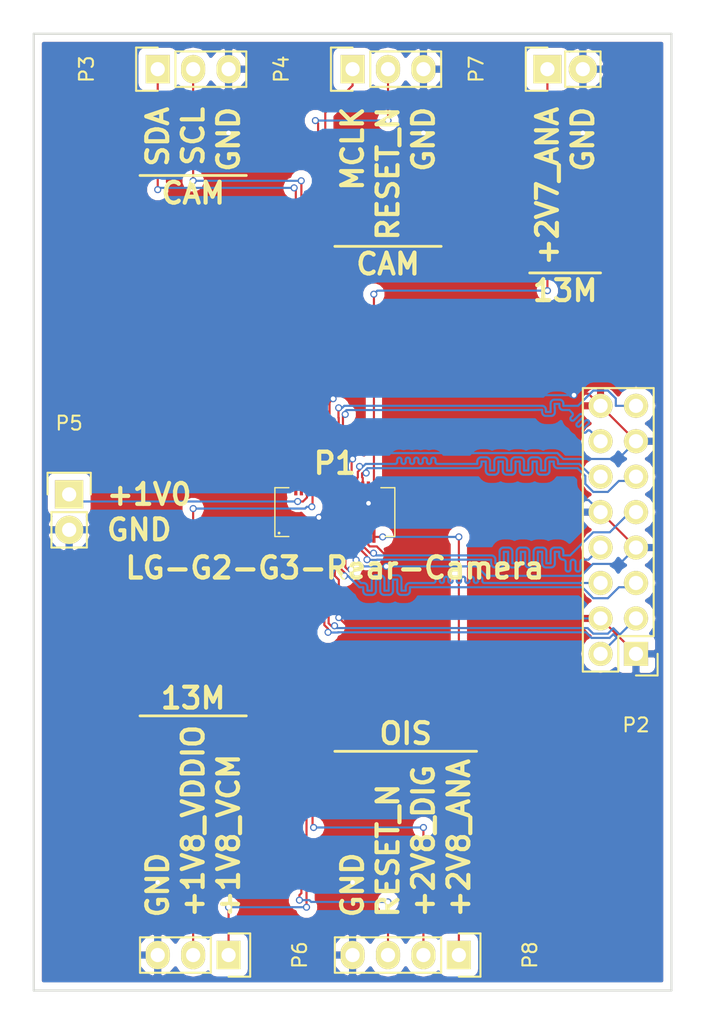
<source format=kicad_pcb>
(kicad_pcb (version 4) (host pcbnew 4.0.2-stable)
  (layers (0 F.Cu signal) (31 B.Cu signal) (34 B.Paste user) (35 F.Paste user) (36 B.SilkS user) (37 F.SilkS user) (38 B.Mask user) (39 F.Mask user) (44 Edge.Cuts user))
  (net 0 "")
  (net 1 "Net-(P1-Pad1)")
  (net 2 /OIS_RESET_N)
  (net 3 /+1V8_13M_VCM)
  (net 4 /+2V8_OIS_DIG)
  (net 5 GND)
  (net 6 /DATA1_P)
  (net 7 /DATA1_N)
  (net 8 /DATA0_P)
  (net 9 /DATA0_N)
  (net 10 /CLK_P)
  (net 11 /CLK_N)
  (net 12 /+2V8_OIS_ANA)
  (net 13 /+2V7_13M_ANA)
  (net 14 /DATA2_N)
  (net 15 /DATA2_P)
  (net 16 /DATA3_N)
  (net 17 /DATA3_P)
  (net 18 /CAM_MCLK)
  (net 19 /CAM_RESET_N)
  (net 20 /+1V8_13M_VDDIO)
  (net 21 /+1V0_VREG_L3)
  (net 22 /CAM_SCL)
  (net 23 /CAM_SDA)
  (module Pin_Headers:Pin_Header_Straight_2x08 (layer F.Cu) (at 170.18 105.41 180)
    (fp_text reference P2 (at 0 -5.1 180) (layer F.SilkS))
    (fp_text value CONN_02X08)
    (pad 1 thru_hole rect (at 0 0 180) (size 1.7272 1.7272) (drill 1.016) (layers *.Cu *.Mask F.SilkS) (net 5 GND))
    (pad 2 thru_hole oval (at 2.54 0 180) (size 1.7272 1.7272) (drill 1.016) (layers *.Cu *.Mask F.SilkS) (net 6 /DATA1_P))
    (pad 3 thru_hole oval (at 0 2.54 180) (size 1.7272 1.7272) (drill 1.016) (layers *.Cu *.Mask F.SilkS) (net 7 /DATA1_N))
    (pad 4 thru_hole oval (at 2.54 2.54 180) (size 1.7272 1.7272) (drill 1.016) (layers *.Cu *.Mask F.SilkS) (net 5 GND))
    (pad 5 thru_hole oval (at 0 5.08 180) (size 1.7272 1.7272) (drill 1.016) (layers *.Cu *.Mask F.SilkS) (net 8 /DATA0_P))
    (pad 6 thru_hole oval (at 2.54 5.08 180) (size 1.7272 1.7272) (drill 1.016) (layers *.Cu *.Mask F.SilkS) (net 9 /DATA0_N))
    (pad 7 thru_hole oval (at 0 7.62 180) (size 1.7272 1.7272) (drill 1.016) (layers *.Cu *.Mask F.SilkS) (net 5 GND))
    (pad 8 thru_hole oval (at 2.54 7.62 180) (size 1.7272 1.7272) (drill 1.016) (layers *.Cu *.Mask F.SilkS) (net 10 /CLK_P))
    (pad 9 thru_hole oval (at 0 10.16 180) (size 1.7272 1.7272) (drill 1.016) (layers *.Cu *.Mask F.SilkS) (net 11 /CLK_N))
    (pad 10 thru_hole oval (at 2.54 10.16 180) (size 1.7272 1.7272) (drill 1.016) (layers *.Cu *.Mask F.SilkS) (net 5 GND))
    (pad 11 thru_hole oval (at 0 12.7 180) (size 1.7272 1.7272) (drill 1.016) (layers *.Cu *.Mask F.SilkS) (net 14 /DATA2_N))
    (pad 12 thru_hole oval (at 2.54 12.7 180) (size 1.7272 1.7272) (drill 1.016) (layers *.Cu *.Mask F.SilkS) (net 15 /DATA2_P))
    (pad 13 thru_hole oval (at 0 15.24 180) (size 1.7272 1.7272) (drill 1.016) (layers *.Cu *.Mask F.SilkS) (net 5 GND))
    (pad 14 thru_hole oval (at 2.54 15.24 180) (size 1.7272 1.7272) (drill 1.016) (layers *.Cu *.Mask F.SilkS) (net 16 /DATA3_N))
    (pad 15 thru_hole oval (at 0 17.78 180) (size 1.7272 1.7272) (drill 1.016) (layers *.Cu *.Mask F.SilkS) (net 17 /DATA3_P))
    (pad 16 thru_hole oval (at 2.54 17.78 180) (size 1.7272 1.7272) (drill 1.016) (layers *.Cu *.Mask F.SilkS) (net 5 GND))
  )
  (module HDMI-to-MIPI:GB042-30S (layer F.Cu) (at 148.59 95.25)
    (fp_text reference P1 (at 0 -3.5) (layer F.SilkS) (effects (font (thickness 0.3048))))
    (fp_text value LG-G2-G3-Rear-Camera (at 0 4) (layer F.SilkS) (effects (font (thickness 0.3048))))
    (pad 1 smd rect (at -2.8 1.7 180) (size 0.23 1) (layers F.Cu F.Paste F.Mask) (net 1 "Net-(P1-Pad1)"))
    (pad 2 smd rect (at -2.4 1.7 180) (size 0.23 1) (layers F.Cu F.Paste F.Mask) (net 2 /OIS_RESET_N))
    (pad 3 smd rect (at -2 1.7 180) (size 0.23 1) (layers F.Cu F.Paste F.Mask) (net 3 /+1V8_13M_VCM))
    (pad 4 smd rect (at -1.6 1.7 180) (size 0.23 1) (layers F.Cu F.Paste F.Mask) (net 4 /+2V8_OIS_DIG))
    (pad 5 smd rect (at -1.2 1.7 180) (size 0.23 1) (layers F.Cu F.Paste F.Mask) (net 5 GND))
    (pad 6 smd rect (at -0.8 1.7 180) (size 0.23 1) (layers F.Cu F.Paste F.Mask) (net 6 /DATA1_P))
    (pad 7 smd rect (at -0.4 1.7 180) (size 0.23 1) (layers F.Cu F.Paste F.Mask) (net 7 /DATA1_N))
    (pad 8 smd rect (at 0 1.7 180) (size 0.23 1) (layers F.Cu F.Paste F.Mask) (net 5 GND))
    (pad 9 smd rect (at 0.4 1.7 180) (size 0.23 1) (layers F.Cu F.Paste F.Mask) (net 8 /DATA0_P))
    (pad 10 smd rect (at 0.8 1.7 180) (size 0.23 1) (layers F.Cu F.Paste F.Mask) (net 9 /DATA0_N))
    (pad 11 smd rect (at 1.2 1.7 180) (size 0.23 1) (layers F.Cu F.Paste F.Mask) (net 5 GND))
    (pad 12 smd rect (at 1.6 1.7 180) (size 0.23 1) (layers F.Cu F.Paste F.Mask) (net 10 /CLK_P))
    (pad 13 smd rect (at 2 1.7 180) (size 0.23 1) (layers F.Cu F.Paste F.Mask) (net 11 /CLK_N))
    (pad 14 smd rect (at 2.4 1.7 180) (size 0.23 1) (layers F.Cu F.Paste F.Mask) (net 5 GND))
    (pad 15 smd rect (at 2.8 1.7 180) (size 0.23 1) (layers F.Cu F.Paste F.Mask) (net 12 /+2V8_OIS_ANA))
    (pad 16 smd rect (at 2.8 -1.7) (size 0.23 1) (layers F.Cu F.Paste F.Mask) (net 13 /+2V7_13M_ANA))
    (pad 17 smd rect (at 2.4 -1.7) (size 0.23 1) (layers F.Cu F.Paste F.Mask) (net 5 GND))
    (pad 18 smd rect (at 2 -1.7) (size 0.23 1) (layers F.Cu F.Paste F.Mask) (net 14 /DATA2_N))
    (pad 19 smd rect (at 1.6 -1.7) (size 0.23 1) (layers F.Cu F.Paste F.Mask) (net 15 /DATA2_P))
    (pad 20 smd rect (at 1.2 -1.7) (size 0.23 1) (layers F.Cu F.Paste F.Mask) (net 5 GND))
    (pad 21 smd rect (at 0.8 -1.7) (size 0.23 1) (layers F.Cu F.Paste F.Mask) (net 16 /DATA3_N))
    (pad 22 smd rect (at 0.4 -1.7) (size 0.23 1) (layers F.Cu F.Paste F.Mask) (net 17 /DATA3_P))
    (pad 23 smd rect (at 0 -1.7) (size 0.23 1) (layers F.Cu F.Paste F.Mask) (net 5 GND))
    (pad 24 smd rect (at -0.4 -1.7) (size 0.23 1) (layers F.Cu F.Paste F.Mask) (net 18 /CAM_MCLK))
    (pad 25 smd rect (at -0.8 -1.7) (size 0.23 1) (layers F.Cu F.Paste F.Mask) (net 5 GND))
    (pad 26 smd rect (at -1.2 -1.7) (size 0.23 1) (layers F.Cu F.Paste F.Mask) (net 19 /CAM_RESET_N))
    (pad 27 smd rect (at -1.6 -1.7) (size 0.23 1) (layers F.Cu F.Paste F.Mask) (net 20 /+1V8_13M_VDDIO))
    (pad 28 smd rect (at -2 -1.7) (size 0.23 1) (layers F.Cu F.Paste F.Mask) (net 21 /+1V0_VREG_L3))
    (pad 29 smd rect (at -2.4 -1.7) (size 0.23 1) (layers F.Cu F.Paste F.Mask) (net 22 /CAM_SCL))
    (pad 30 smd rect (at -2.8 -1.7) (size 0.23 1) (layers F.Cu F.Paste F.Mask) (net 23 /CAM_SDA))
  )
  (module Pin_Headers:Pin_Header_Straight_1x03 (layer F.Cu) (at 135.89 63.5 90)
    (fp_text reference P3 (at 0 -5.1 90) (layer F.SilkS))
    (fp_text value CONN_01X03)
    (pad 1 thru_hole rect (at 0 0 90) (size 2.032 1.7272) (drill 1.016) (layers *.Cu *.Mask F.SilkS) (net 23 /CAM_SDA))
    (pad 2 thru_hole oval (at 0 2.54 90) (size 2.032 1.7272) (drill 1.016) (layers *.Cu *.Mask F.SilkS) (net 22 /CAM_SCL))
    (pad 3 thru_hole oval (at 0 5.08 90) (size 2.032 1.7272) (drill 1.016) (layers *.Cu *.Mask F.SilkS) (net 5 GND))
  )
  (module Pin_Headers:Pin_Header_Straight_1x03 (layer F.Cu) (at 149.86 63.5 90)
    (fp_text reference P4 (at 0 -5.1 90) (layer F.SilkS))
    (fp_text value CONN_01X03)
    (pad 1 thru_hole rect (at 0 0 90) (size 2.032 1.7272) (drill 1.016) (layers *.Cu *.Mask F.SilkS) (net 18 /CAM_MCLK))
    (pad 2 thru_hole oval (at 0 2.54 90) (size 2.032 1.7272) (drill 1.016) (layers *.Cu *.Mask F.SilkS) (net 19 /CAM_RESET_N))
    (pad 3 thru_hole oval (at 0 5.08 90) (size 2.032 1.7272) (drill 1.016) (layers *.Cu *.Mask F.SilkS) (net 5 GND))
  )
  (module Pin_Headers:Pin_Header_Straight_1x02 (layer F.Cu) (at 129.54 93.98)
    (fp_text reference P5 (at 0 -5.1) (layer F.SilkS))
    (fp_text value CONN_01X02)
    (pad 1 thru_hole rect (at 0 0) (size 2.032 2.032) (drill 1.016) (layers *.Cu *.Mask F.SilkS) (net 21 /+1V0_VREG_L3))
    (pad 2 thru_hole oval (at 0 2.54) (size 2.032 2.032) (drill 1.016) (layers *.Cu *.Mask F.SilkS) (net 5 GND))
  )
  (module Pin_Headers:Pin_Header_Straight_1x03 (layer F.Cu) (at 140.97 127 270)
    (fp_text reference P6 (at 0 -5.1 270) (layer F.SilkS))
    (fp_text value CONN_01X03)
    (pad 1 thru_hole rect (at 0 0 270) (size 2.032 1.7272) (drill 1.016) (layers *.Cu *.Mask F.SilkS) (net 3 /+1V8_13M_VCM))
    (pad 2 thru_hole oval (at 0 2.54 270) (size 2.032 1.7272) (drill 1.016) (layers *.Cu *.Mask F.SilkS) (net 20 /+1V8_13M_VDDIO))
    (pad 3 thru_hole oval (at 0 5.08 270) (size 2.032 1.7272) (drill 1.016) (layers *.Cu *.Mask F.SilkS) (net 5 GND))
  )
  (module Pin_Headers:Pin_Header_Straight_1x02 (layer F.Cu) (at 163.83 63.5 90)
    (fp_text reference P7 (at 0 -5.1 90) (layer F.SilkS))
    (fp_text value CONN_01X02)
    (pad 1 thru_hole rect (at 0 0 90) (size 2.032 2.032) (drill 1.016) (layers *.Cu *.Mask F.SilkS) (net 13 /+2V7_13M_ANA))
    (pad 2 thru_hole oval (at 0 2.54 90) (size 2.032 2.032) (drill 1.016) (layers *.Cu *.Mask F.SilkS) (net 5 GND))
  )
  (module Pin_Headers:Pin_Header_Straight_1x04 (layer F.Cu) (at 157.48 127 270)
    (fp_text reference P8 (at 0 -5.1 270) (layer F.SilkS))
    (fp_text value CONN_01X04)
    (pad 1 thru_hole rect (at 0 0 270) (size 2.032 1.7272) (drill 1.016) (layers *.Cu *.Mask F.SilkS) (net 12 /+2V8_OIS_ANA))
    (pad 2 thru_hole oval (at 0 2.54 270) (size 2.032 1.7272) (drill 1.016) (layers *.Cu *.Mask F.SilkS) (net 4 /+2V8_OIS_DIG))
    (pad 3 thru_hole oval (at 0 5.08 270) (size 2.032 1.7272) (drill 1.016) (layers *.Cu *.Mask F.SilkS) (net 2 /OIS_RESET_N))
    (pad 4 thru_hole oval (at 0 7.62 270) (size 2.032 1.7272) (drill 1.016) (layers *.Cu *.Mask F.SilkS) (net 5 GND))
  )
  (gr_text CAM (at 138.43 72.39) (layer F.SilkS) (effects (font (size 1.5 1.5) (thickness 0.3))))
  (gr_text CAM (at 152.4 77.47) (layer F.SilkS) (effects (font (size 1.5 1.5) (thickness 0.3))))
  (gr_text 13M (at 165.1 79.375) (layer F.SilkS) (effects (font (size 1.5 1.5) (thickness 0.3))))
  (gr_line (start 142.24 71.12) (end 134.62 71.12) (layer F.SilkS) (width 0.2))
  (gr_line (start 156.21 76.2) (end 148.59 76.2) (layer F.SilkS) (width 0.2))
  (gr_text SDA (at 135.89 66.04 90) (layer F.SilkS) (effects (font (size 1.5 1.5) (thickness 0.3)) (justify right)))
  (gr_text SCL (at 138.43 66.04 90) (layer F.SilkS) (effects (font (size 1.5 1.5) (thickness 0.3)) (justify right)))
  (gr_text MCLK (at 149.86 66.04 90) (layer F.SilkS) (effects (font (size 1.5 1.5) (thickness 0.3)) (justify right)))
  (gr_text RESET_N (at 152.4 66.04 90) (layer F.SilkS) (effects (font (size 1.5 1.5) (thickness 0.3)) (justify right)))
  (gr_line (start 162.56 78.105) (end 167.64 78.105) (layer F.SilkS) (width 0.2))
  (gr_text +2V7_ANA (at 163.83 66.04 90) (layer F.SilkS) (effects (font (size 1.5 1.5) (thickness 0.3)) (justify right)))
  (gr_text GND (at 166.37 66.04 90) (layer F.SilkS) (effects (font (size 1.5 1.5) (thickness 0.3)) (justify right)))
  (gr_text GND (at 154.94 66.04 90) (layer F.SilkS) (effects (font (size 1.5 1.5) (thickness 0.3)) (justify right)))
  (gr_text GND (at 140.97 66.04 90) (layer F.SilkS) (effects (font (size 1.5 1.5) (thickness 0.3)) (justify right)))
  (gr_text +1V0 (at 132.08 93.98) (layer F.SilkS) (effects (font (size 1.5 1.5) (thickness 0.3)) (justify left)))
  (gr_text GND (at 132.08 96.52) (layer F.SilkS) (effects (font (size 1.5 1.5) (thickness 0.3)) (justify left)))
  (gr_text 13M (at 138.43 108.585) (layer F.SilkS) (effects (font (size 1.5 1.5) (thickness 0.3))))
  (gr_line (start 142.24 109.855) (end 134.62 109.855) (layer F.SilkS) (width 0.2))
  (gr_text +1V8_VCM (at 140.97 124.46 90) (layer F.SilkS) (effects (font (size 1.5 1.5) (thickness 0.3)) (justify left)))
  (gr_text +1V8_VDDIO (at 138.43 124.46 90) (layer F.SilkS) (effects (font (size 1.5 1.5) (thickness 0.3)) (justify left)))
  (gr_text GND (at 135.89 124.46 90) (layer F.SilkS) (effects (font (size 1.5 1.5) (thickness 0.3)) (justify left)))
  (gr_line (start 148.59 112.395) (end 158.75 112.395) (layer F.SilkS) (width 0.2))
  (gr_text OIS (at 153.67 111.125) (layer F.SilkS) (effects (font (size 1.5 1.5) (thickness 0.3))))
  (gr_text GND (at 149.86 124.46 90) (layer F.SilkS) (effects (font (size 1.5 1.5) (thickness 0.3)) (justify left)))
  (gr_text +2V8_ANA (at 157.48 124.46 90) (layer F.SilkS) (effects (font (size 1.5 1.5) (thickness 0.3)) (justify left)))
  (gr_text +2V8_DIG (at 154.94 124.46 90) (layer F.SilkS) (effects (font (size 1.5 1.5) (thickness 0.3)) (justify left)))
  (gr_text RESET_N (at 152.4 124.46 90) (layer F.SilkS) (effects (font (size 1.5 1.5) (thickness 0.3)) (justify left)))
  (gr_line (start 127 129.54) (end 127 60.96) (layer Edge.Cuts) (width 0.15))
  (gr_line (start 172.72 129.54) (end 127 129.54) (layer Edge.Cuts) (width 0.15))
  (gr_line (start 172.72 60.96) (end 172.72 129.54) (layer Edge.Cuts) (width 0.15))
  (gr_line (start 127 60.96) (end 172.72 60.96) (layer Edge.Cuts) (width 0.15))
  (segment (start 146.05 123.063) (end 146.05 122.70379) (width 0.1524) (layer F.Cu) (net 2))
  (segment (start 146.05 122.70379) (end 146.19 122.56379) (width 0.1524) (layer F.Cu) (net 2))
  (segment (start 146.19 122.56379) (end 146.19 97.6024) (width 0.1524) (layer F.Cu) (net 2))
  (segment (start 146.19 97.6024) (end 146.19 96.95) (width 0.1524) (layer F.Cu) (net 2))
  (segment (start 152.4 123.19) (end 146.89125 123.19) (width 0.1524) (layer B.Cu) (net 2))
  (segment (start 146.89125 123.19) (end 146.76425 123.063) (width 0.1524) (layer B.Cu) (net 2))
  (segment (start 146.76425 123.063) (end 146.05 123.063) (width 0.1524) (layer B.Cu) (net 2))
  (via (at 146.05 123.063) (size 0.508) (drill 0.3302) (layers F.Cu B.Cu) (net 2))
  (segment (start 152.4 127) (end 152.4 126.8476) (width 0.1524) (layer F.Cu) (net 2))
  (segment (start 152.4 126.8476) (end 152.4 123.19) (width 0.1524) (layer F.Cu) (net 2))
  (via (at 152.4 123.19) (size 0.508) (drill 0.3302) (layers F.Cu B.Cu) (net 2))
  (segment (start 146.558 123.571) (end 146.558 96.982) (width 0.1524) (layer F.Cu) (net 3))
  (segment (start 146.558 96.982) (end 146.59 96.95) (width 0.1524) (layer F.Cu) (net 3))
  (segment (start 140.97 123.571) (end 146.558 123.571) (width 0.1524) (layer B.Cu) (net 3))
  (via (at 146.558 123.571) (size 0.508) (drill 0.3302) (layers F.Cu B.Cu) (net 3))
  (segment (start 140.97 127) (end 140.97 123.571) (width 0.1524) (layer F.Cu) (net 3))
  (via (at 140.97 123.571) (size 0.508) (drill 0.3302) (layers F.Cu B.Cu) (net 3))
  (segment (start 154.94 117.856) (end 154.94 127) (width 0.1524) (layer F.Cu) (net 4))
  (segment (start 147.066 117.856) (end 154.94 117.856) (width 0.1524) (layer B.Cu) (net 4))
  (via (at 154.94 117.856) (size 0.508) (drill 0.3302) (layers F.Cu B.Cu) (net 4))
  (segment (start 146.99 96.95) (end 146.99 117.78) (width 0.1524) (layer F.Cu) (net 4))
  (segment (start 146.99 117.78) (end 147.066 117.856) (width 0.1524) (layer F.Cu) (net 4))
  (via (at 147.066 117.856) (size 0.508) (drill 0.3302) (layers F.Cu B.Cu) (net 4))
  (segment (start 150.9965 95.955) (end 150.99 95.9615) (width 0.1524) (layer F.Cu) (net 5))
  (segment (start 150.99 95.9615) (end 150.99 96.323518) (width 0.1524) (layer F.Cu) (net 5))
  (segment (start 149.79 95.955) (end 150.9965 95.955) (width 0.1524) (layer F.Cu) (net 5))
  (segment (start 149.79 95.955) (end 149.79 96.2976) (width 0.1524) (layer F.Cu) (net 5))
  (segment (start 148.5835 95.955) (end 149.79 95.955) (width 0.1524) (layer F.Cu) (net 5))
  (segment (start 148.5835 95.955) (end 148.59 95.9615) (width 0.1524) (layer F.Cu) (net 5))
  (segment (start 148.59 95.9615) (end 148.59 96.2976) (width 0.1524) (layer F.Cu) (net 5))
  (segment (start 147.39 95.955) (end 148.5835 95.955) (width 0.1524) (layer F.Cu) (net 5))
  (segment (start 147.39 96.95) (end 147.39 95.955) (width 0.1524) (layer F.Cu) (net 5))
  (segment (start 147.39 95.955) (end 147.447 95.898) (width 0.1524) (layer F.Cu) (net 5))
  (segment (start 147.447 95.898) (end 147.447 95.631) (width 0.1524) (layer F.Cu) (net 5))
  (segment (start 151.003 94.615) (end 149.86 94.615) (width 0.1524) (layer F.Cu) (net 5))
  (segment (start 149.86 94.615) (end 148.59 94.615) (width 0.1524) (layer F.Cu) (net 5))
  (segment (start 149.79 93.55) (end 149.79 94.545) (width 0.1524) (layer F.Cu) (net 5))
  (segment (start 149.79 94.545) (end 149.86 94.615) (width 0.1524) (layer F.Cu) (net 5))
  (segment (start 148.59 94.615) (end 147.828 94.615) (width 0.1524) (layer F.Cu) (net 5))
  (segment (start 148.59 94.2024) (end 148.59 94.615) (width 0.1524) (layer F.Cu) (net 5))
  (segment (start 147.828 94.615) (end 147.79 94.577) (width 0.1524) (layer F.Cu) (net 5))
  (segment (start 147.79 94.577) (end 147.79 93.55) (width 0.1524) (layer F.Cu) (net 5))
  (segment (start 149.86 127) (end 149.86 121.793) (width 0.1524) (layer F.Cu) (net 5))
  (segment (start 149.86 121.793) (end 149.86 103.798562) (width 0.1524) (layer F.Cu) (net 5))
  (segment (start 135.89 121.793) (end 149.86 121.793) (width 0.1524) (layer B.Cu) (net 5))
  (via (at 149.86 121.793) (size 0.508) (drill 0.3302) (layers F.Cu B.Cu) (net 5))
  (segment (start 135.89 127) (end 135.89 121.793) (width 0.1524) (layer F.Cu) (net 5))
  (via (at 135.89 121.793) (size 0.508) (drill 0.3302) (layers F.Cu B.Cu) (net 5))
  (segment (start 149.86 103.798562) (end 148.87389 102.812452) (width 0.1524) (layer F.Cu) (net 5))
  (segment (start 166.776401 86.766401) (end 166.37 86.766401) (width 0.1524) (layer F.Cu) (net 5))
  (segment (start 166.37 68.072) (end 166.37 86.766401) (width 0.1524) (layer F.Cu) (net 5))
  (segment (start 166.37 86.766401) (end 165.836599 86.766401) (width 0.1524) (layer F.Cu) (net 5))
  (segment (start 143.256 96.52) (end 144.145 95.631) (width 0.1524) (layer B.Cu) (net 5))
  (segment (start 144.145 95.631) (end 147.447 95.631) (width 0.1524) (layer B.Cu) (net 5))
  (via (at 147.447 95.631) (size 0.508) (drill 0.3302) (layers F.Cu B.Cu) (net 5))
  (segment (start 129.54 96.52) (end 143.256 96.52) (width 0.1524) (layer B.Cu) (net 5))
  (segment (start 166.37 68.072) (end 166.37 63.5) (width 0.1524) (layer F.Cu) (net 5))
  (segment (start 154.94 68.072) (end 166.37 68.072) (width 0.1524) (layer B.Cu) (net 5))
  (via (at 166.37 68.072) (size 0.508) (drill 0.3302) (layers F.Cu B.Cu) (net 5))
  (segment (start 154.94 68.072) (end 154.94 63.5) (width 0.1524) (layer F.Cu) (net 5))
  (segment (start 140.97 68.072) (end 154.94 68.072) (width 0.1524) (layer B.Cu) (net 5))
  (via (at 154.94 68.072) (size 0.508) (drill 0.3302) (layers F.Cu B.Cu) (net 5))
  (segment (start 140.97 63.5) (end 140.97 68.072) (width 0.1524) (layer F.Cu) (net 5))
  (via (at 140.97 68.072) (size 0.508) (drill 0.3302) (layers F.Cu B.Cu) (net 5))
  (segment (start 148.59 96.2976) (end 148.59 96.95) (width 0.1524) (layer F.Cu) (net 5))
  (segment (start 150.99 96.95) (end 150.99 96.323518) (width 0.1524) (layer F.Cu) (net 5))
  (segment (start 149.79 96.2976) (end 149.79 96.95) (width 0.1524) (layer F.Cu) (net 5))
  (segment (start 147.79 93.55) (end 147.79 94.2024) (width 0.1524) (layer F.Cu) (net 5))
  (segment (start 148.59 94.2024) (end 148.59 93.55) (width 0.1524) (layer F.Cu) (net 5))
  (segment (start 148.209001 91.567001) (end 148.59 91.948) (width 0.1524) (layer F.Cu) (net 5))
  (segment (start 148.59 91.948) (end 148.59 93.55) (width 0.1524) (layer F.Cu) (net 5))
  (segment (start 148.463 87.122) (end 148.209001 87.375999) (width 0.1524) (layer F.Cu) (net 5))
  (segment (start 148.209001 87.375999) (end 148.209001 91.567001) (width 0.1524) (layer F.Cu) (net 5))
  (segment (start 165.735 86.868) (end 148.717 86.868) (width 0.1524) (layer B.Cu) (net 5))
  (segment (start 148.717 86.868) (end 148.463 87.122) (width 0.1524) (layer B.Cu) (net 5))
  (via (at 148.463 87.122) (size 0.508) (drill 0.3302) (layers F.Cu B.Cu) (net 5))
  (segment (start 167.64 87.63) (end 166.776401 86.766401) (width 0.1524) (layer F.Cu) (net 5))
  (segment (start 165.836599 86.766401) (end 165.735 86.868) (width 0.1524) (layer F.Cu) (net 5))
  (via (at 165.735 86.868) (size 0.508) (drill 0.3302) (layers F.Cu B.Cu) (net 5))
  (segment (start 167.64 87.63) (end 170.18 90.17) (width 0.1524) (layer F.Cu) (net 5))
  (segment (start 168.91 91.44) (end 164.968707 91.44) (width 0.1524) (layer B.Cu) (net 5))
  (segment (start 164.968707 91.44) (end 164.547471 91.018764) (width 0.1524) (layer B.Cu) (net 5))
  (segment (start 164.547471 91.018764) (end 150.281236 91.018764) (width 0.1524) (layer B.Cu) (net 5))
  (segment (start 150.281236 91.018764) (end 150.113999 91.186001) (width 0.1524) (layer B.Cu) (net 5))
  (segment (start 150.113999 91.186001) (end 149.86 91.44) (width 0.1524) (layer B.Cu) (net 5))
  (segment (start 170.18 97.79) (end 169.006704 98.963296) (width 0.1524) (layer B.Cu) (net 5))
  (segment (start 169.006704 98.963296) (end 167.09383 98.963296) (width 0.1524) (layer B.Cu) (net 5))
  (segment (start 167.09383 98.963296) (end 166.23734 99.819786) (width 0.1524) (layer B.Cu) (net 5))
  (segment (start 166.23734 99.819786) (end 159.441915 99.819786) (width 0.1524) (layer B.Cu) (net 5))
  (segment (start 159.441915 99.819786) (end 158.763225 99.141096) (width 0.1524) (layer B.Cu) (net 5))
  (segment (start 158.763225 99.141096) (end 152.63221 99.141096) (width 0.1524) (layer B.Cu) (net 5))
  (segment (start 152.63221 99.141096) (end 152.273 99.141096) (width 0.1524) (layer B.Cu) (net 5))
  (segment (start 167.64 95.25) (end 168.503599 96.113599) (width 0.1524) (layer F.Cu) (net 5))
  (segment (start 168.503599 96.113599) (end 170.18 97.79) (width 0.1524) (layer F.Cu) (net 5))
  (segment (start 167.64 102.87) (end 170.18 105.41) (width 0.1524) (layer F.Cu) (net 5))
  (segment (start 167.64 102.87) (end 148.931438 102.87) (width 0.1524) (layer B.Cu) (net 5))
  (segment (start 148.931438 102.87) (end 148.87389 102.812452) (width 0.1524) (layer B.Cu) (net 5))
  (segment (start 148.59 99.822) (end 148.87389 100.10589) (width 0.1524) (layer F.Cu) (net 5))
  (segment (start 148.87389 100.10589) (end 148.87389 102.812452) (width 0.1524) (layer F.Cu) (net 5))
  (via (at 148.87389 102.812452) (size 0.508) (drill 0.3302) (layers F.Cu B.Cu) (net 5))
  (segment (start 148.59 96.95) (end 148.59 99.822) (width 0.1524) (layer F.Cu) (net 5))
  (segment (start 150.114 98.679) (end 149.79 98.355) (width 0.1524) (layer F.Cu) (net 5))
  (segment (start 149.79 98.355) (end 149.79 96.95) (width 0.1524) (layer F.Cu) (net 5))
  (segment (start 152.273 99.141096) (end 150.664874 99.141096) (width 0.1524) (layer B.Cu) (net 5))
  (segment (start 150.664874 99.141096) (end 150.202778 98.679) (width 0.1524) (layer B.Cu) (net 5))
  (segment (start 150.202778 98.679) (end 150.114 98.679) (width 0.1524) (layer B.Cu) (net 5))
  (via (at 150.114 98.679) (size 0.508) (drill 0.3302) (layers F.Cu B.Cu) (net 5))
  (segment (start 152.273 99.141096) (end 152.273 99.06) (width 0.1524) (layer B.Cu) (net 5))
  (segment (start 152.273 99.06) (end 152.369704 98.963296) (width 0.1524) (layer B.Cu) (net 5))
  (segment (start 150.99 96.95) (end 150.99 97.6024) (width 0.1524) (layer F.Cu) (net 5))
  (segment (start 150.99 97.6024) (end 151.096513 97.708913) (width 0.1524) (layer F.Cu) (net 5))
  (segment (start 151.096513 97.708913) (end 151.595135 97.708913) (width 0.1524) (layer F.Cu) (net 5))
  (via (at 152.273 99.141096) (size 0.508) (drill 0.3302) (layers F.Cu B.Cu) (net 5))
  (segment (start 151.595135 97.708913) (end 152.273 98.386778) (width 0.1524) (layer F.Cu) (net 5))
  (segment (start 152.273 98.386778) (end 152.273 99.141096) (width 0.1524) (layer F.Cu) (net 5))
  (segment (start 165.862 94.615) (end 166.090599 94.386401) (width 0.1524) (layer B.Cu) (net 5))
  (segment (start 166.090599 94.386401) (end 166.776401 94.386401) (width 0.1524) (layer B.Cu) (net 5))
  (segment (start 166.776401 94.386401) (end 167.64 95.25) (width 0.1524) (layer B.Cu) (net 5))
  (segment (start 151.003 94.615) (end 165.862 94.615) (width 0.1524) (layer B.Cu) (net 5))
  (segment (start 150.99 93.55) (end 150.99 94.602) (width 0.1524) (layer F.Cu) (net 5))
  (segment (start 150.99 94.602) (end 151.003 94.615) (width 0.1524) (layer F.Cu) (net 5))
  (via (at 151.003 94.615) (size 0.508) (drill 0.3302) (layers F.Cu B.Cu) (net 5))
  (segment (start 168.91 91.44) (end 170.18 90.17) (width 0.1524) (layer B.Cu) (net 5))
  (segment (start 149.79 93.55) (end 149.79 91.51) (width 0.1524) (layer F.Cu) (net 5))
  (segment (start 149.79 91.51) (end 149.86 91.44) (width 0.1524) (layer F.Cu) (net 5))
  (via (at 149.86 91.44) (size 0.508) (drill 0.3302) (layers F.Cu B.Cu) (net 5))
  (segment (start 148.102514 103.865486) (end 148.322208 103.865486) (width 0.1524) (layer B.Cu) (net 6))
  (segment (start 148.322208 103.865486) (end 148.337837 103.881115) (width 0.1524) (layer B.Cu) (net 6))
  (segment (start 168.555985 104.001511) (end 168.802237 104.247763) (width 0.1524) (layer B.Cu) (net 6))
  (segment (start 148.337837 103.881115) (end 148.801135 103.881115) (width 0.1524) (layer B.Cu) (net 6))
  (segment (start 168.290505 104.266992) (end 168.555985 104.001511) (width 0.1524) (layer B.Cu) (net 6))
  (segment (start 148.801135 103.881115) (end 148.816764 103.865486) (width 0.1524) (layer B.Cu) (net 6))
  (segment (start 148.816764 103.865486) (end 166.58799 103.865486) (width 0.1524) (layer B.Cu) (net 6))
  (segment (start 166.58799 103.865486) (end 166.989495 104.266992) (width 0.1524) (layer B.Cu) (net 6))
  (segment (start 166.989495 104.266992) (end 168.290505 104.266992) (width 0.1524) (layer B.Cu) (net 6))
  (segment (start 168.802237 104.247763) (end 167.64 105.41) (width 0.1524) (layer B.Cu) (net 6))
  (via (at 148.102514 103.865486) (size 0.508) (drill 0.3302) (layers F.Cu B.Cu) (net 6))
  (segment (start 148.102514 103.61404) (end 148.102514 103.865486) (width 0.1524) (layer F.Cu) (net 6))
  (segment (start 147.79 96.95) (end 147.79 97.7) (width 0.1524) (layer F.Cu) (net 6))
  (segment (start 147.79 97.7) (end 147.8376 97.7476) (width 0.1524) (layer F.Cu) (net 6))
  (segment (start 147.8376 97.7476) (end 147.8376 103.349126) (width 0.1524) (layer F.Cu) (net 6))
  (segment (start 147.8376 103.349126) (end 148.102514 103.61404) (width 0.1524) (layer F.Cu) (net 6))
  (segment (start 148.569486 103.398514) (end 148.31804 103.398514) (width 0.1524) (layer F.Cu) (net 7))
  (segment (start 148.345772 101.88269) (end 148.333706 101.870624) (width 0.1524) (layer F.Cu) (net 7))
  (segment (start 148.159024 102.18749) (end 148.17109 102.175424) (width 0.1524) (layer F.Cu) (net 7))
  (segment (start 148.360486 102.099556) (end 148.362397 102.0826) (width 0.1524) (layer F.Cu) (net 7))
  (segment (start 148.319258 102.151253) (end 148.333706 102.142175) (width 0.1524) (layer F.Cu) (net 7))
  (segment (start 148.185538 101.846453) (end 148.17109 101.837375) (width 0.1524) (layer F.Cu) (net 7))
  (segment (start 148.14431 101.794756) (end 148.1424 101.7778) (width 0.1524) (layer F.Cu) (net 7))
  (segment (start 148.31804 103.398514) (end 148.1424 103.222874) (width 0.1524) (layer F.Cu) (net 7))
  (segment (start 148.1424 97.7476) (end 148.19 97.7) (width 0.1524) (layer F.Cu) (net 7))
  (segment (start 148.185538 102.166346) (end 148.201643 102.16071) (width 0.1524) (layer F.Cu) (net 7))
  (segment (start 148.303153 102.156889) (end 148.319258 102.151253) (width 0.1524) (layer F.Cu) (net 7))
  (segment (start 148.1424 103.222874) (end 148.1424 102.235) (width 0.1524) (layer F.Cu) (net 7))
  (segment (start 148.201643 102.16071) (end 148.2186 102.1588) (width 0.1524) (layer F.Cu) (net 7))
  (segment (start 148.1424 102.235) (end 148.14431 102.218043) (width 0.1524) (layer F.Cu) (net 7))
  (segment (start 148.303153 101.85591) (end 148.286197 101.854) (width 0.1524) (layer F.Cu) (net 7))
  (segment (start 148.14431 102.218043) (end 148.149946 102.201938) (width 0.1524) (layer F.Cu) (net 7))
  (segment (start 148.149946 102.201938) (end 148.159024 102.18749) (width 0.1524) (layer F.Cu) (net 7))
  (segment (start 148.17109 101.837375) (end 148.159024 101.825309) (width 0.1524) (layer F.Cu) (net 7))
  (segment (start 148.286197 102.1588) (end 148.303153 102.156889) (width 0.1524) (layer F.Cu) (net 7))
  (segment (start 148.17109 102.175424) (end 148.185538 102.166346) (width 0.1524) (layer F.Cu) (net 7))
  (segment (start 148.2186 102.1588) (end 148.286197 102.1588) (width 0.1524) (layer F.Cu) (net 7))
  (segment (start 148.333706 102.142175) (end 148.345772 102.130109) (width 0.1524) (layer F.Cu) (net 7))
  (segment (start 148.345772 102.130109) (end 148.35485 102.115661) (width 0.1524) (layer F.Cu) (net 7))
  (segment (start 148.286197 101.854) (end 148.2186 101.854) (width 0.1524) (layer F.Cu) (net 7))
  (segment (start 148.35485 102.115661) (end 148.360486 102.099556) (width 0.1524) (layer F.Cu) (net 7))
  (segment (start 148.362397 102.0826) (end 148.362397 101.9302) (width 0.1524) (layer F.Cu) (net 7))
  (segment (start 148.362397 101.9302) (end 148.360486 101.913243) (width 0.1524) (layer F.Cu) (net 7))
  (segment (start 148.319258 101.861546) (end 148.303153 101.85591) (width 0.1524) (layer F.Cu) (net 7))
  (segment (start 148.360486 101.913243) (end 148.35485 101.897138) (width 0.1524) (layer F.Cu) (net 7))
  (segment (start 148.35485 101.897138) (end 148.345772 101.88269) (width 0.1524) (layer F.Cu) (net 7))
  (segment (start 148.333706 101.870624) (end 148.319258 101.861546) (width 0.1524) (layer F.Cu) (net 7))
  (segment (start 148.2186 101.854) (end 148.201643 101.852089) (width 0.1524) (layer F.Cu) (net 7))
  (segment (start 148.201643 101.852089) (end 148.185538 101.846453) (width 0.1524) (layer F.Cu) (net 7))
  (segment (start 148.159024 101.825309) (end 148.149946 101.810861) (width 0.1524) (layer F.Cu) (net 7))
  (segment (start 148.149946 101.810861) (end 148.14431 101.794756) (width 0.1524) (layer F.Cu) (net 7))
  (segment (start 148.1424 101.7778) (end 148.1424 97.7476) (width 0.1524) (layer F.Cu) (net 7))
  (segment (start 148.19 97.7) (end 148.19 96.95) (width 0.1524) (layer F.Cu) (net 7))
  (segment (start 170.18 102.87) (end 169.017763 104.032237) (width 0.1524) (layer B.Cu) (net 7))
  (segment (start 169.017763 104.032237) (end 168.555992 103.570466) (width 0.1524) (layer B.Cu) (net 7))
  (segment (start 168.555992 103.570466) (end 168.164256 103.962201) (width 0.1524) (layer B.Cu) (net 7))
  (segment (start 168.164256 103.962201) (end 167.115743 103.962201) (width 0.1524) (layer B.Cu) (net 7))
  (segment (start 167.115743 103.962201) (end 166.714229 103.560687) (width 0.1524) (layer B.Cu) (net 7))
  (segment (start 166.714229 103.560687) (end 148.731659 103.560687) (width 0.1524) (layer B.Cu) (net 7))
  (segment (start 148.731659 103.560687) (end 148.569486 103.398514) (width 0.1524) (layer B.Cu) (net 7))
  (via (at 148.569486 103.398514) (size 0.508) (drill 0.3302) (layers F.Cu B.Cu) (net 7))
  (segment (start 150.845282 101.17902) (end 150.909187 101.186221) (width 0.1524) (layer B.Cu) (net 8))
  (segment (start 153.222981 101.15778) (end 153.283682 101.17902) (width 0.1524) (layer B.Cu) (net 8))
  (segment (start 149.27467 99.821253) (end 149.526116 99.821253) (width 0.1524) (layer B.Cu) (net 8))
  (segment (start 149.526116 99.821253) (end 150.339663 100.6348) (width 0.1524) (layer B.Cu) (net 8))
  (segment (start 150.784581 101.15778) (end 150.845282 101.17902) (width 0.1524) (layer B.Cu) (net 8))
  (segment (start 150.684655 101.078091) (end 150.730129 101.123565) (width 0.1524) (layer B.Cu) (net 8))
  (segment (start 153.912144 101.078091) (end 153.946359 101.023639) (width 0.1524) (layer B.Cu) (net 8))
  (segment (start 152.748399 100.962938) (end 152.7556 100.899033) (width 0.1524) (layer B.Cu) (net 8))
  (segment (start 151.473744 101.078091) (end 151.507959 101.023639) (width 0.1524) (layer B.Cu) (net 8))
  (segment (start 151.949329 101.123565) (end 152.003781 101.15778) (width 0.1524) (layer B.Cu) (net 8))
  (segment (start 151.903855 101.078091) (end 151.949329 101.123565) (width 0.1524) (layer B.Cu) (net 8))
  (segment (start 150.339663 100.6348) (end 150.622 100.6348) (width 0.1524) (layer B.Cu) (net 8))
  (segment (start 150.622 100.6348) (end 150.622 100.899033) (width 0.1524) (layer B.Cu) (net 8))
  (segment (start 152.7556 100.083379) (end 153.0604 100.083379) (width 0.1524) (layer B.Cu) (net 8))
  (segment (start 151.5364 100.083379) (end 151.8412 100.083379) (width 0.1524) (layer B.Cu) (net 8))
  (segment (start 150.622 100.899033) (end 150.6292 100.962938) (width 0.1524) (layer B.Cu) (net 8))
  (segment (start 150.730129 101.123565) (end 150.784581 101.15778) (width 0.1524) (layer B.Cu) (net 8))
  (segment (start 153.168529 101.123565) (end 153.222981 101.15778) (width 0.1524) (layer B.Cu) (net 8))
  (segment (start 153.687612 101.186221) (end 153.751517 101.17902) (width 0.1524) (layer B.Cu) (net 8))
  (segment (start 150.6292 100.962938) (end 150.65044 101.023639) (width 0.1524) (layer B.Cu) (net 8))
  (segment (start 153.946359 101.023639) (end 153.967599 100.962938) (width 0.1524) (layer B.Cu) (net 8))
  (segment (start 153.08884 101.023639) (end 153.123055 101.078091) (width 0.1524) (layer B.Cu) (net 8))
  (segment (start 150.65044 101.023639) (end 150.684655 101.078091) (width 0.1524) (layer B.Cu) (net 8))
  (segment (start 150.909187 101.186221) (end 151.249212 101.186221) (width 0.1524) (layer B.Cu) (net 8))
  (segment (start 152.003781 101.15778) (end 152.064482 101.17902) (width 0.1524) (layer B.Cu) (net 8))
  (segment (start 151.249212 101.186221) (end 151.313117 101.17902) (width 0.1524) (layer B.Cu) (net 8))
  (segment (start 152.727159 101.023639) (end 152.748399 100.962938) (width 0.1524) (layer B.Cu) (net 8))
  (segment (start 151.313117 101.17902) (end 151.373818 101.15778) (width 0.1524) (layer B.Cu) (net 8))
  (segment (start 152.128387 101.186221) (end 152.468412 101.186221) (width 0.1524) (layer B.Cu) (net 8))
  (segment (start 153.812218 101.15778) (end 153.86667 101.123565) (width 0.1524) (layer B.Cu) (net 8))
  (segment (start 151.373818 101.15778) (end 151.42827 101.123565) (width 0.1524) (layer B.Cu) (net 8))
  (segment (start 152.532317 101.17902) (end 152.593018 101.15778) (width 0.1524) (layer B.Cu) (net 8))
  (segment (start 151.42827 101.123565) (end 151.473744 101.078091) (width 0.1524) (layer B.Cu) (net 8))
  (segment (start 152.64747 101.123565) (end 152.692944 101.078091) (width 0.1524) (layer B.Cu) (net 8))
  (segment (start 151.507959 101.023639) (end 151.529199 100.962938) (width 0.1524) (layer B.Cu) (net 8))
  (segment (start 151.529199 100.962938) (end 151.5364 100.899033) (width 0.1524) (layer B.Cu) (net 8))
  (segment (start 153.347587 101.186221) (end 153.687612 101.186221) (width 0.1524) (layer B.Cu) (net 8))
  (segment (start 152.692944 101.078091) (end 152.727159 101.023639) (width 0.1524) (layer B.Cu) (net 8))
  (segment (start 167.115743 101.422201) (end 168.164257 101.422201) (width 0.1524) (layer B.Cu) (net 8))
  (segment (start 151.5364 100.899033) (end 151.5364 100.083379) (width 0.1524) (layer B.Cu) (net 8))
  (segment (start 151.8412 100.083379) (end 151.8412 100.899033) (width 0.1524) (layer B.Cu) (net 8))
  (segment (start 152.593018 101.15778) (end 152.64747 101.123565) (width 0.1524) (layer B.Cu) (net 8))
  (segment (start 151.8412 100.899033) (end 151.8484 100.962938) (width 0.1524) (layer B.Cu) (net 8))
  (segment (start 151.8484 100.962938) (end 151.86964 101.023639) (width 0.1524) (layer B.Cu) (net 8))
  (segment (start 153.0676 100.962938) (end 153.08884 101.023639) (width 0.1524) (layer B.Cu) (net 8))
  (segment (start 151.86964 101.023639) (end 151.903855 101.078091) (width 0.1524) (layer B.Cu) (net 8))
  (segment (start 152.064482 101.17902) (end 152.128387 101.186221) (width 0.1524) (layer B.Cu) (net 8))
  (segment (start 153.967599 100.962938) (end 153.9748 100.899033) (width 0.1524) (layer B.Cu) (net 8))
  (segment (start 152.468412 101.186221) (end 152.532317 101.17902) (width 0.1524) (layer B.Cu) (net 8))
  (segment (start 169.8752 100.6348) (end 170.18 100.33) (width 0.1524) (layer B.Cu) (net 8))
  (segment (start 152.7556 100.899033) (end 152.7556 100.083379) (width 0.1524) (layer B.Cu) (net 8))
  (segment (start 153.0604 100.083379) (end 153.0604 100.899033) (width 0.1524) (layer B.Cu) (net 8))
  (segment (start 153.751517 101.17902) (end 153.812218 101.15778) (width 0.1524) (layer B.Cu) (net 8))
  (segment (start 153.0604 100.899033) (end 153.0676 100.962938) (width 0.1524) (layer B.Cu) (net 8))
  (segment (start 153.123055 101.078091) (end 153.168529 101.123565) (width 0.1524) (layer B.Cu) (net 8))
  (segment (start 153.283682 101.17902) (end 153.347587 101.186221) (width 0.1524) (layer B.Cu) (net 8))
  (segment (start 153.86667 101.123565) (end 153.912144 101.078091) (width 0.1524) (layer B.Cu) (net 8))
  (segment (start 153.9748 100.899033) (end 153.9748 100.6348) (width 0.1524) (layer B.Cu) (net 8))
  (segment (start 153.9748 100.6348) (end 166.328342 100.6348) (width 0.1524) (layer B.Cu) (net 8))
  (segment (start 166.328342 100.6348) (end 167.115743 101.422201) (width 0.1524) (layer B.Cu) (net 8))
  (segment (start 168.164257 101.422201) (end 168.951658 100.6348) (width 0.1524) (layer B.Cu) (net 8))
  (segment (start 168.951658 100.6348) (end 169.8752 100.6348) (width 0.1524) (layer B.Cu) (net 8))
  (via (at 149.27467 99.821253) (size 0.508) (drill 0.3302) (layers F.Cu B.Cu) (net 8))
  (segment (start 148.99 96.95) (end 148.99 97.7) (width 0.1524) (layer F.Cu) (net 8))
  (segment (start 149.0376 99.332737) (end 149.27467 99.569807) (width 0.1524) (layer F.Cu) (net 8))
  (segment (start 148.99 97.7) (end 149.0376 97.7476) (width 0.1524) (layer F.Cu) (net 8))
  (segment (start 149.0376 97.7476) (end 149.0376 99.332737) (width 0.1524) (layer F.Cu) (net 8))
  (segment (start 149.27467 99.569807) (end 149.27467 99.821253) (width 0.1524) (layer F.Cu) (net 8))
  (segment (start 155.86581 99.912786) (end 155.894706 99.89463) (width 0.1524) (layer B.Cu) (net 9))
  (segment (start 149.741642 99.354281) (end 149.741642 99.605727) (width 0.1524) (layer B.Cu) (net 9))
  (segment (start 150.9268 100.881421) (end 151.2316 100.881421) (width 0.1524) (layer B.Cu) (net 9))
  (segment (start 153.893282 100.3372) (end 153.957187 100.33) (width 0.1524) (layer B.Cu) (net 9))
  (segment (start 157.042722 99.965814) (end 157.060878 99.936918) (width 0.1524) (layer B.Cu) (net 9))
  (segment (start 153.3652 100.065767) (end 153.3652 100.881421) (width 0.1524) (layer B.Cu) (net 9))
  (segment (start 157.365678 100.27262) (end 157.38981 100.296752) (width 0.1524) (layer B.Cu) (net 9))
  (segment (start 156.87523 100.33) (end 156.909142 100.32618) (width 0.1524) (layer B.Cu) (net 9))
  (segment (start 149.741642 99.605727) (end 150.465915 100.33) (width 0.1524) (layer B.Cu) (net 9))
  (segment (start 150.465915 100.33) (end 150.639612 100.33) (width 0.1524) (layer B.Cu) (net 9))
  (segment (start 156.689581 99.936918) (end 156.707737 99.965814) (width 0.1524) (layer B.Cu) (net 9))
  (segment (start 155.722153 100.314908) (end 155.751049 100.296752) (width 0.1524) (layer B.Cu) (net 9))
  (segment (start 157.317337 99.965814) (end 157.328609 99.998025) (width 0.1524) (layer B.Cu) (net 9))
  (segment (start 150.81867 100.392655) (end 150.864144 100.438129) (width 0.1524) (layer B.Cu) (net 9))
  (segment (start 158.128342 100.32618) (end 158.160553 100.314908) (width 0.1524) (layer B.Cu) (net 9))
  (segment (start 156.78021 100.296752) (end 156.809106 100.314908) (width 0.1524) (layer B.Cu) (net 9))
  (segment (start 152.4508 100.065767) (end 152.458 100.001862) (width 0.1524) (layer B.Cu) (net 9))
  (segment (start 156.57043 99.879537) (end 156.604342 99.883358) (width 0.1524) (layer B.Cu) (net 9))
  (segment (start 152.674082 99.78578) (end 152.737987 99.778579) (width 0.1524) (layer B.Cu) (net 9))
  (segment (start 158.889678 99.936918) (end 158.91381 99.912786) (width 0.1524) (layer B.Cu) (net 9))
  (segment (start 151.2388 100.001862) (end 151.26004 99.941161) (width 0.1524) (layer B.Cu) (net 9))
  (segment (start 156.42185 99.998025) (end 156.433122 99.965814) (width 0.1524) (layer B.Cu) (net 9))
  (segment (start 151.339729 99.841235) (end 151.394181 99.80702) (width 0.1524) (layer B.Cu) (net 9))
  (segment (start 150.639612 100.33) (end 150.703517 100.3372) (width 0.1524) (layer B.Cu) (net 9))
  (segment (start 156.41803 100.1776) (end 156.41803 100.031937) (width 0.1524) (layer B.Cu) (net 9))
  (segment (start 156.331753 100.314908) (end 156.360649 100.296752) (width 0.1524) (layer B.Cu) (net 9))
  (segment (start 150.703517 100.3372) (end 150.764218 100.35844) (width 0.1524) (layer B.Cu) (net 9))
  (segment (start 155.65603 100.33) (end 155.689942 100.32618) (width 0.1524) (layer B.Cu) (net 9))
  (segment (start 158.028306 100.314908) (end 158.060517 100.32618) (width 0.1524) (layer B.Cu) (net 9))
  (segment (start 155.994742 99.883358) (end 156.026953 99.89463) (width 0.1524) (layer B.Cu) (net 9))
  (segment (start 150.764218 100.35844) (end 150.81867 100.392655) (width 0.1524) (layer B.Cu) (net 9))
  (segment (start 153.25707 99.841235) (end 153.302544 99.886709) (width 0.1524) (layer B.Cu) (net 9))
  (segment (start 152.146 100.065767) (end 152.146 100.881421) (width 0.1524) (layer B.Cu) (net 9))
  (segment (start 153.957187 100.33) (end 155.65603 100.33) (width 0.1524) (layer B.Cu) (net 9))
  (segment (start 158.060517 100.32618) (end 158.09443 100.33) (width 0.1524) (layer B.Cu) (net 9))
  (segment (start 155.804609 100.211513) (end 155.80843 100.1776) (width 0.1524) (layer B.Cu) (net 9))
  (segment (start 158.86025 99.998025) (end 158.871522 99.965814) (width 0.1524) (layer B.Cu) (net 9))
  (segment (start 159.074953 99.89463) (end 159.103849 99.912786) (width 0.1524) (layer B.Cu) (net 9))
  (segment (start 156.433122 99.965814) (end 156.451278 99.936918) (width 0.1524) (layer B.Cu) (net 9))
  (segment (start 151.394181 99.80702) (end 151.454882 99.78578) (width 0.1524) (layer B.Cu) (net 9))
  (segment (start 160.861269 100.33) (end 167.64 100.33) (width 0.1524) (layer B.Cu) (net 9))
  (segment (start 150.864144 100.438129) (end 150.898359 100.492581) (width 0.1524) (layer B.Cu) (net 9))
  (segment (start 150.898359 100.492581) (end 150.919599 100.553282) (width 0.1524) (layer B.Cu) (net 9))
  (segment (start 157.518742 100.32618) (end 157.550953 100.314908) (width 0.1524) (layer B.Cu) (net 9))
  (segment (start 152.4508 100.881421) (end 152.4508 100.065767) (width 0.1524) (layer B.Cu) (net 9))
  (segment (start 150.919599 100.553282) (end 150.9268 100.617187) (width 0.1524) (layer B.Cu) (net 9))
  (segment (start 158.85643 100.031937) (end 158.86025 99.998025) (width 0.1524) (layer B.Cu) (net 9))
  (segment (start 151.2316 100.881421) (end 151.2316 100.065767) (width 0.1524) (layer B.Cu) (net 9))
  (segment (start 156.055849 99.912786) (end 156.079981 99.936918) (width 0.1524) (layer B.Cu) (net 9))
  (segment (start 150.9268 100.617187) (end 150.9268 100.881421) (width 0.1524) (layer B.Cu) (net 9))
  (segment (start 156.970249 100.296752) (end 156.994381 100.27262) (width 0.1524) (layer B.Cu) (net 9))
  (segment (start 155.823522 99.965814) (end 155.841678 99.936918) (width 0.1524) (layer B.Cu) (net 9))
  (segment (start 151.2316 100.065767) (end 151.2388 100.001862) (width 0.1524) (layer B.Cu) (net 9))
  (segment (start 151.26004 99.941161) (end 151.294255 99.886709) (width 0.1524) (layer B.Cu) (net 9))
  (segment (start 156.41803 100.031937) (end 156.42185 99.998025) (width 0.1524) (layer B.Cu) (net 9))
  (segment (start 156.026953 99.89463) (end 156.055849 99.912786) (width 0.1524) (layer B.Cu) (net 9))
  (segment (start 155.775181 100.27262) (end 155.793337 100.243724) (width 0.1524) (layer B.Cu) (net 9))
  (segment (start 151.294255 99.886709) (end 151.339729 99.841235) (width 0.1524) (layer B.Cu) (net 9))
  (segment (start 155.80843 100.031937) (end 155.81225 99.998025) (width 0.1524) (layer B.Cu) (net 9))
  (segment (start 152.083344 99.886709) (end 152.117559 99.941161) (width 0.1524) (layer B.Cu) (net 9))
  (segment (start 158.55163 100.031937) (end 158.55163 100.1776) (width 0.1524) (layer B.Cu) (net 9))
  (segment (start 151.454882 99.78578) (end 151.518787 99.778579) (width 0.1524) (layer B.Cu) (net 9))
  (segment (start 153.3652 100.881421) (end 153.67 100.881421) (width 0.1524) (layer B.Cu) (net 9))
  (segment (start 156.079981 99.936918) (end 156.098137 99.965814) (width 0.1524) (layer B.Cu) (net 9))
  (segment (start 153.778129 100.392655) (end 153.832581 100.35844) (width 0.1524) (layer B.Cu) (net 9))
  (segment (start 151.518787 99.778579) (end 151.858812 99.778579) (width 0.1524) (layer B.Cu) (net 9))
  (segment (start 157.213942 99.883358) (end 157.246153 99.89463) (width 0.1524) (layer B.Cu) (net 9))
  (segment (start 157.670478 99.936918) (end 157.69461 99.912786) (width 0.1524) (layer B.Cu) (net 9))
  (segment (start 158.584878 100.27262) (end 158.60901 100.296752) (width 0.1524) (layer B.Cu) (net 9))
  (segment (start 156.47541 99.912786) (end 156.504306 99.89463) (width 0.1524) (layer B.Cu) (net 9))
  (segment (start 159.21861 100.296752) (end 159.247506 100.314908) (width 0.1524) (layer B.Cu) (net 9))
  (segment (start 151.858812 99.778579) (end 151.922717 99.78578) (width 0.1524) (layer B.Cu) (net 9))
  (segment (start 152.613381 99.80702) (end 152.674082 99.78578) (width 0.1524) (layer B.Cu) (net 9))
  (segment (start 152.47924 99.941161) (end 152.513455 99.886709) (width 0.1524) (layer B.Cu) (net 9))
  (segment (start 159.16123 100.031937) (end 159.16123 100.1776) (width 0.1524) (layer B.Cu) (net 9))
  (segment (start 151.922717 99.78578) (end 151.983418 99.80702) (width 0.1524) (layer B.Cu) (net 9))
  (segment (start 151.983418 99.80702) (end 152.03787 99.841235) (width 0.1524) (layer B.Cu) (net 9))
  (segment (start 156.451278 99.936918) (end 156.47541 99.912786) (width 0.1524) (layer B.Cu) (net 9))
  (segment (start 155.926917 99.883358) (end 155.96083 99.879537) (width 0.1524) (layer B.Cu) (net 9))
  (segment (start 152.03787 99.841235) (end 152.083344 99.886709) (width 0.1524) (layer B.Cu) (net 9))
  (segment (start 155.96083 99.879537) (end 155.994742 99.883358) (width 0.1524) (layer B.Cu) (net 9))
  (segment (start 157.78963 99.879537) (end 157.823542 99.883358) (width 0.1524) (layer B.Cu) (net 9))
  (segment (start 152.117559 99.941161) (end 152.138799 100.001862) (width 0.1524) (layer B.Cu) (net 9))
  (segment (start 153.67 100.881421) (end 153.67 100.617187) (width 0.1524) (layer B.Cu) (net 9))
  (segment (start 157.418706 100.314908) (end 157.450917 100.32618) (width 0.1524) (layer B.Cu) (net 9))
  (segment (start 156.809106 100.314908) (end 156.841317 100.32618) (width 0.1524) (layer B.Cu) (net 9))
  (segment (start 156.360649 100.296752) (end 156.384781 100.27262) (width 0.1524) (layer B.Cu) (net 9))
  (segment (start 152.146 100.881421) (end 152.4508 100.881421) (width 0.1524) (layer B.Cu) (net 9))
  (segment (start 152.138799 100.001862) (end 152.146 100.065767) (width 0.1524) (layer B.Cu) (net 9))
  (segment (start 153.6772 100.553282) (end 153.69844 100.492581) (width 0.1524) (layer B.Cu) (net 9))
  (segment (start 153.078012 99.778579) (end 153.141917 99.78578) (width 0.1524) (layer B.Cu) (net 9))
  (segment (start 152.458 100.001862) (end 152.47924 99.941161) (width 0.1524) (layer B.Cu) (net 9))
  (segment (start 152.513455 99.886709) (end 152.558929 99.841235) (width 0.1524) (layer B.Cu) (net 9))
  (segment (start 158.942706 99.89463) (end 158.974917 99.883358) (width 0.1524) (layer B.Cu) (net 9))
  (segment (start 152.558929 99.841235) (end 152.613381 99.80702) (width 0.1524) (layer B.Cu) (net 9))
  (segment (start 158.213581 100.27262) (end 158.231737 100.243724) (width 0.1524) (layer B.Cu) (net 9))
  (segment (start 155.751049 100.296752) (end 155.775181 100.27262) (width 0.1524) (layer B.Cu) (net 9))
  (segment (start 157.550953 100.314908) (end 157.579849 100.296752) (width 0.1524) (layer B.Cu) (net 9))
  (segment (start 156.098137 99.965814) (end 156.109409 99.998025) (width 0.1524) (layer B.Cu) (net 9))
  (segment (start 155.80843 100.1776) (end 155.80843 100.031937) (width 0.1524) (layer B.Cu) (net 9))
  (segment (start 152.737987 99.778579) (end 153.078012 99.778579) (width 0.1524) (layer B.Cu) (net 9))
  (segment (start 156.719009 99.998025) (end 156.72283 100.031937) (width 0.1524) (layer B.Cu) (net 9))
  (segment (start 157.012537 100.243724) (end 157.023809 100.211513) (width 0.1524) (layer B.Cu) (net 9))
  (segment (start 153.141917 99.78578) (end 153.202618 99.80702) (width 0.1524) (layer B.Cu) (net 9))
  (segment (start 159.16123 100.1776) (end 159.16505 100.211513) (width 0.1524) (layer B.Cu) (net 9))
  (segment (start 156.665449 99.912786) (end 156.689581 99.936918) (width 0.1524) (layer B.Cu) (net 9))
  (segment (start 153.202618 99.80702) (end 153.25707 99.841235) (width 0.1524) (layer B.Cu) (net 9))
  (segment (start 156.231717 100.32618) (end 156.26563 100.33) (width 0.1524) (layer B.Cu) (net 9))
  (segment (start 157.02763 100.031937) (end 157.03145 99.998025) (width 0.1524) (layer B.Cu) (net 9))
  (segment (start 156.504306 99.89463) (end 156.536517 99.883358) (width 0.1524) (layer B.Cu) (net 9))
  (segment (start 153.302544 99.886709) (end 153.336759 99.941161) (width 0.1524) (layer B.Cu) (net 9))
  (segment (start 153.69844 100.492581) (end 153.732655 100.438129) (width 0.1524) (layer B.Cu) (net 9))
  (segment (start 157.975278 100.27262) (end 157.99941 100.296752) (width 0.1524) (layer B.Cu) (net 9))
  (segment (start 153.336759 99.941161) (end 153.357999 100.001862) (width 0.1524) (layer B.Cu) (net 9))
  (segment (start 153.357999 100.001862) (end 153.3652 100.065767) (width 0.1524) (layer B.Cu) (net 9))
  (segment (start 157.622137 100.243724) (end 157.633409 100.211513) (width 0.1524) (layer B.Cu) (net 9))
  (segment (start 153.67 100.617187) (end 153.6772 100.553282) (width 0.1524) (layer B.Cu) (net 9))
  (segment (start 153.732655 100.438129) (end 153.778129 100.392655) (width 0.1524) (layer B.Cu) (net 9))
  (segment (start 153.832581 100.35844) (end 153.893282 100.3372) (width 0.1524) (layer B.Cu) (net 9))
  (segment (start 155.689942 100.32618) (end 155.722153 100.314908) (width 0.1524) (layer B.Cu) (net 9))
  (segment (start 156.109409 99.998025) (end 156.11323 100.031937) (width 0.1524) (layer B.Cu) (net 9))
  (segment (start 155.793337 100.243724) (end 155.804609 100.211513) (width 0.1524) (layer B.Cu) (net 9))
  (segment (start 159.146137 99.965814) (end 159.157409 99.998025) (width 0.1524) (layer B.Cu) (net 9))
  (segment (start 155.81225 99.998025) (end 155.823522 99.965814) (width 0.1524) (layer B.Cu) (net 9))
  (segment (start 155.841678 99.936918) (end 155.86581 99.912786) (width 0.1524) (layer B.Cu) (net 9))
  (segment (start 156.707737 99.965814) (end 156.719009 99.998025) (width 0.1524) (layer B.Cu) (net 9))
  (segment (start 155.894706 99.89463) (end 155.926917 99.883358) (width 0.1524) (layer B.Cu) (net 9))
  (segment (start 156.11323 100.031937) (end 156.11323 100.1776) (width 0.1524) (layer B.Cu) (net 9))
  (segment (start 159.127981 99.936918) (end 159.146137 99.965814) (width 0.1524) (layer B.Cu) (net 9))
  (segment (start 156.11323 100.1776) (end 156.11705 100.211513) (width 0.1524) (layer B.Cu) (net 9))
  (segment (start 157.18003 99.879537) (end 157.213942 99.883358) (width 0.1524) (layer B.Cu) (net 9))
  (segment (start 157.63723 100.031937) (end 157.64105 99.998025) (width 0.1524) (layer B.Cu) (net 9))
  (segment (start 156.11705 100.211513) (end 156.128322 100.243724) (width 0.1524) (layer B.Cu) (net 9))
  (segment (start 156.128322 100.243724) (end 156.146478 100.27262) (width 0.1524) (layer B.Cu) (net 9))
  (segment (start 156.146478 100.27262) (end 156.17061 100.296752) (width 0.1524) (layer B.Cu) (net 9))
  (segment (start 158.24683 100.1776) (end 158.24683 100.031937) (width 0.1524) (layer B.Cu) (net 9))
  (segment (start 158.39923 99.879537) (end 158.433142 99.883358) (width 0.1524) (layer B.Cu) (net 9))
  (segment (start 156.17061 100.296752) (end 156.199506 100.314908) (width 0.1524) (layer B.Cu) (net 9))
  (segment (start 156.199506 100.314908) (end 156.231717 100.32618) (width 0.1524) (layer B.Cu) (net 9))
  (segment (start 156.26563 100.33) (end 156.299542 100.32618) (width 0.1524) (layer B.Cu) (net 9))
  (segment (start 157.08501 99.912786) (end 157.113906 99.89463) (width 0.1524) (layer B.Cu) (net 9))
  (segment (start 156.299542 100.32618) (end 156.331753 100.314908) (width 0.1524) (layer B.Cu) (net 9))
  (segment (start 156.994381 100.27262) (end 157.012537 100.243724) (width 0.1524) (layer B.Cu) (net 9))
  (segment (start 158.547809 99.998025) (end 158.55163 100.031937) (width 0.1524) (layer B.Cu) (net 9))
  (segment (start 156.384781 100.27262) (end 156.402937 100.243724) (width 0.1524) (layer B.Cu) (net 9))
  (segment (start 156.402937 100.243724) (end 156.414209 100.211513) (width 0.1524) (layer B.Cu) (net 9))
  (segment (start 156.841317 100.32618) (end 156.87523 100.33) (width 0.1524) (layer B.Cu) (net 9))
  (segment (start 156.414209 100.211513) (end 156.41803 100.1776) (width 0.1524) (layer B.Cu) (net 9))
  (segment (start 156.536517 99.883358) (end 156.57043 99.879537) (width 0.1524) (layer B.Cu) (net 9))
  (segment (start 159.194478 100.27262) (end 159.21861 100.296752) (width 0.1524) (layer B.Cu) (net 9))
  (segment (start 156.604342 99.883358) (end 156.636553 99.89463) (width 0.1524) (layer B.Cu) (net 9))
  (segment (start 156.636553 99.89463) (end 156.665449 99.912786) (width 0.1524) (layer B.Cu) (net 9))
  (segment (start 156.909142 100.32618) (end 156.941353 100.314908) (width 0.1524) (layer B.Cu) (net 9))
  (segment (start 156.72283 100.031937) (end 156.72283 100.1776) (width 0.1524) (layer B.Cu) (net 9))
  (segment (start 158.737942 100.32618) (end 158.770153 100.314908) (width 0.1524) (layer B.Cu) (net 9))
  (segment (start 156.72283 100.1776) (end 156.72665 100.211513) (width 0.1524) (layer B.Cu) (net 9))
  (segment (start 157.03145 99.998025) (end 157.042722 99.965814) (width 0.1524) (layer B.Cu) (net 9))
  (segment (start 156.72665 100.211513) (end 156.737922 100.243724) (width 0.1524) (layer B.Cu) (net 9))
  (segment (start 156.737922 100.243724) (end 156.756078 100.27262) (width 0.1524) (layer B.Cu) (net 9))
  (segment (start 157.33243 100.1776) (end 157.33625 100.211513) (width 0.1524) (layer B.Cu) (net 9))
  (segment (start 156.756078 100.27262) (end 156.78021 100.296752) (width 0.1524) (layer B.Cu) (net 9))
  (segment (start 158.55545 100.211513) (end 158.566722 100.243724) (width 0.1524) (layer B.Cu) (net 9))
  (segment (start 156.941353 100.314908) (end 156.970249 100.296752) (width 0.1524) (layer B.Cu) (net 9))
  (segment (start 157.023809 100.211513) (end 157.02763 100.1776) (width 0.1524) (layer B.Cu) (net 9))
  (segment (start 157.02763 100.1776) (end 157.02763 100.031937) (width 0.1524) (layer B.Cu) (net 9))
  (segment (start 157.060878 99.936918) (end 157.08501 99.912786) (width 0.1524) (layer B.Cu) (net 9))
  (segment (start 157.69461 99.912786) (end 157.723506 99.89463) (width 0.1524) (layer B.Cu) (net 9))
  (segment (start 158.24683 100.031937) (end 158.25065 99.998025) (width 0.1524) (layer B.Cu) (net 9))
  (segment (start 157.113906 99.89463) (end 157.146117 99.883358) (width 0.1524) (layer B.Cu) (net 9))
  (segment (start 157.146117 99.883358) (end 157.18003 99.879537) (width 0.1524) (layer B.Cu) (net 9))
  (segment (start 157.246153 99.89463) (end 157.275049 99.912786) (width 0.1524) (layer B.Cu) (net 9))
  (segment (start 157.275049 99.912786) (end 157.299181 99.936918) (width 0.1524) (layer B.Cu) (net 9))
  (segment (start 157.855753 99.89463) (end 157.884649 99.912786) (width 0.1524) (layer B.Cu) (net 9))
  (segment (start 158.433142 99.883358) (end 158.465353 99.89463) (width 0.1524) (layer B.Cu) (net 9))
  (segment (start 157.299181 99.936918) (end 157.317337 99.965814) (width 0.1524) (layer B.Cu) (net 9))
  (segment (start 158.25065 99.998025) (end 158.261922 99.965814) (width 0.1524) (layer B.Cu) (net 9))
  (segment (start 157.328609 99.998025) (end 157.33243 100.031937) (width 0.1524) (layer B.Cu) (net 9))
  (segment (start 157.33243 100.031937) (end 157.33243 100.1776) (width 0.1524) (layer B.Cu) (net 9))
  (segment (start 158.670117 100.32618) (end 158.70403 100.33) (width 0.1524) (layer B.Cu) (net 9))
  (segment (start 157.33625 100.211513) (end 157.347522 100.243724) (width 0.1524) (layer B.Cu) (net 9))
  (segment (start 157.347522 100.243724) (end 157.365678 100.27262) (width 0.1524) (layer B.Cu) (net 9))
  (segment (start 157.884649 99.912786) (end 157.908781 99.936918) (width 0.1524) (layer B.Cu) (net 9))
  (segment (start 157.38981 100.296752) (end 157.418706 100.314908) (width 0.1524) (layer B.Cu) (net 9))
  (segment (start 157.450917 100.32618) (end 157.48483 100.33) (width 0.1524) (layer B.Cu) (net 9))
  (segment (start 157.823542 99.883358) (end 157.855753 99.89463) (width 0.1524) (layer B.Cu) (net 9))
  (segment (start 157.48483 100.33) (end 157.518742 100.32618) (width 0.1524) (layer B.Cu) (net 9))
  (segment (start 158.09443 100.33) (end 158.128342 100.32618) (width 0.1524) (layer B.Cu) (net 9))
  (segment (start 157.579849 100.296752) (end 157.603981 100.27262) (width 0.1524) (layer B.Cu) (net 9))
  (segment (start 157.603981 100.27262) (end 157.622137 100.243724) (width 0.1524) (layer B.Cu) (net 9))
  (segment (start 157.633409 100.211513) (end 157.63723 100.1776) (width 0.1524) (layer B.Cu) (net 9))
  (segment (start 158.770153 100.314908) (end 158.799049 100.296752) (width 0.1524) (layer B.Cu) (net 9))
  (segment (start 157.63723 100.1776) (end 157.63723 100.031937) (width 0.1524) (layer B.Cu) (net 9))
  (segment (start 157.64105 99.998025) (end 157.652322 99.965814) (width 0.1524) (layer B.Cu) (net 9))
  (segment (start 157.652322 99.965814) (end 157.670478 99.936918) (width 0.1524) (layer B.Cu) (net 9))
  (segment (start 158.30421 99.912786) (end 158.333106 99.89463) (width 0.1524) (layer B.Cu) (net 9))
  (segment (start 158.536537 99.965814) (end 158.547809 99.998025) (width 0.1524) (layer B.Cu) (net 9))
  (segment (start 157.723506 99.89463) (end 157.755717 99.883358) (width 0.1524) (layer B.Cu) (net 9))
  (segment (start 157.755717 99.883358) (end 157.78963 99.879537) (width 0.1524) (layer B.Cu) (net 9))
  (segment (start 157.908781 99.936918) (end 157.926937 99.965814) (width 0.1524) (layer B.Cu) (net 9))
  (segment (start 157.926937 99.965814) (end 157.938209 99.998025) (width 0.1524) (layer B.Cu) (net 9))
  (segment (start 157.938209 99.998025) (end 157.94203 100.031937) (width 0.1524) (layer B.Cu) (net 9))
  (segment (start 157.94203 100.031937) (end 157.94203 100.1776) (width 0.1524) (layer B.Cu) (net 9))
  (segment (start 157.94203 100.1776) (end 157.94585 100.211513) (width 0.1524) (layer B.Cu) (net 9))
  (segment (start 157.94585 100.211513) (end 157.957122 100.243724) (width 0.1524) (layer B.Cu) (net 9))
  (segment (start 157.957122 100.243724) (end 157.975278 100.27262) (width 0.1524) (layer B.Cu) (net 9))
  (segment (start 157.99941 100.296752) (end 158.028306 100.314908) (width 0.1524) (layer B.Cu) (net 9))
  (segment (start 158.160553 100.314908) (end 158.189449 100.296752) (width 0.1524) (layer B.Cu) (net 9))
  (segment (start 158.70403 100.33) (end 158.737942 100.32618) (width 0.1524) (layer B.Cu) (net 9))
  (segment (start 158.189449 100.296752) (end 158.213581 100.27262) (width 0.1524) (layer B.Cu) (net 9))
  (segment (start 158.231737 100.243724) (end 158.243009 100.211513) (width 0.1524) (layer B.Cu) (net 9))
  (segment (start 158.85643 100.1776) (end 158.85643 100.031937) (width 0.1524) (layer B.Cu) (net 9))
  (segment (start 158.243009 100.211513) (end 158.24683 100.1776) (width 0.1524) (layer B.Cu) (net 9))
  (segment (start 158.566722 100.243724) (end 158.584878 100.27262) (width 0.1524) (layer B.Cu) (net 9))
  (segment (start 158.261922 99.965814) (end 158.280078 99.936918) (width 0.1524) (layer B.Cu) (net 9))
  (segment (start 158.280078 99.936918) (end 158.30421 99.912786) (width 0.1524) (layer B.Cu) (net 9))
  (segment (start 159.157409 99.998025) (end 159.16123 100.031937) (width 0.1524) (layer B.Cu) (net 9))
  (segment (start 158.333106 99.89463) (end 158.365317 99.883358) (width 0.1524) (layer B.Cu) (net 9))
  (segment (start 158.365317 99.883358) (end 158.39923 99.879537) (width 0.1524) (layer B.Cu) (net 9))
  (segment (start 158.465353 99.89463) (end 158.494249 99.912786) (width 0.1524) (layer B.Cu) (net 9))
  (segment (start 158.494249 99.912786) (end 158.518381 99.936918) (width 0.1524) (layer B.Cu) (net 9))
  (segment (start 158.518381 99.936918) (end 158.536537 99.965814) (width 0.1524) (layer B.Cu) (net 9))
  (segment (start 158.55163 100.1776) (end 158.55545 100.211513) (width 0.1524) (layer B.Cu) (net 9))
  (segment (start 158.60901 100.296752) (end 158.637906 100.314908) (width 0.1524) (layer B.Cu) (net 9))
  (segment (start 158.637906 100.314908) (end 158.670117 100.32618) (width 0.1524) (layer B.Cu) (net 9))
  (segment (start 158.799049 100.296752) (end 158.823181 100.27262) (width 0.1524) (layer B.Cu) (net 9))
  (segment (start 158.823181 100.27262) (end 158.841337 100.243724) (width 0.1524) (layer B.Cu) (net 9))
  (segment (start 158.841337 100.243724) (end 158.852609 100.211513) (width 0.1524) (layer B.Cu) (net 9))
  (segment (start 159.00883 99.879537) (end 159.042742 99.883358) (width 0.1524) (layer B.Cu) (net 9))
  (segment (start 158.852609 100.211513) (end 158.85643 100.1776) (width 0.1524) (layer B.Cu) (net 9))
  (segment (start 158.871522 99.965814) (end 158.889678 99.936918) (width 0.1524) (layer B.Cu) (net 9))
  (segment (start 158.91381 99.912786) (end 158.942706 99.89463) (width 0.1524) (layer B.Cu) (net 9))
  (segment (start 158.974917 99.883358) (end 159.00883 99.879537) (width 0.1524) (layer B.Cu) (net 9))
  (segment (start 159.042742 99.883358) (end 159.074953 99.89463) (width 0.1524) (layer B.Cu) (net 9))
  (segment (start 159.103849 99.912786) (end 159.127981 99.936918) (width 0.1524) (layer B.Cu) (net 9))
  (segment (start 159.16505 100.211513) (end 159.176322 100.243724) (width 0.1524) (layer B.Cu) (net 9))
  (segment (start 159.176322 100.243724) (end 159.194478 100.27262) (width 0.1524) (layer B.Cu) (net 9))
  (segment (start 159.247506 100.314908) (end 159.279717 100.32618) (width 0.1524) (layer B.Cu) (net 9))
  (segment (start 159.279717 100.32618) (end 159.31363 100.33) (width 0.1524) (layer B.Cu) (net 9))
  (segment (start 159.31363 100.33) (end 160.861269 100.33) (width 0.1524) (layer B.Cu) (net 9))
  (via (at 149.741642 99.354281) (size 0.508) (drill 0.3302) (layers F.Cu B.Cu) (net 9))
  (segment (start 149.39 96.95) (end 149.39 97.7) (width 0.1524) (layer F.Cu) (net 9))
  (segment (start 149.39 97.7) (end 149.3424 97.7476) (width 0.1524) (layer F.Cu) (net 9))
  (segment (start 149.3424 97.7476) (end 149.3424 99.206485) (width 0.1524) (layer F.Cu) (net 9))
  (segment (start 149.3424 99.206485) (end 149.490196 99.354281) (width 0.1524) (layer F.Cu) (net 9))
  (segment (start 149.490196 99.354281) (end 149.741642 99.354281) (width 0.1524) (layer F.Cu) (net 9))
  (segment (start 163.456206 98.99639) (end 163.477446 99.05709) (width 0.1524) (layer B.Cu) (net 10))
  (segment (start 150.896514 98.658486) (end 151.116208 98.658486) (width 0.1524) (layer B.Cu) (net 10))
  (segment (start 161.073268 99.111542) (end 161.118742 99.157016) (width 0.1524) (layer B.Cu) (net 10))
  (segment (start 151.116208 98.658486) (end 151.131837 98.674115) (width 0.1524) (layer B.Cu) (net 10))
  (segment (start 151.131837 98.674115) (end 151.595135 98.674115) (width 0.1524) (layer B.Cu) (net 10))
  (segment (start 164.363402 98.932485) (end 164.363402 98.0973) (width 0.1524) (layer B.Cu) (net 10))
  (segment (start 160.014698 99.21247) (end 160.078603 99.21967) (width 0.1524) (layer B.Cu) (net 10))
  (segment (start 164.730856 98.550356) (end 164.77633 98.59583) (width 0.1524) (layer B.Cu) (net 10))
  (segment (start 163.449006 98.0973) (end 163.449006 98.932485) (width 0.1524) (layer B.Cu) (net 10))
  (segment (start 166.374584 98.658485) (end 166.771514 98.658486) (width 0.1524) (layer B.Cu) (net 10))
  (segment (start 165.803681 98.725277) (end 165.824816 98.758914) (width 0.1524) (layer B.Cu) (net 10))
  (segment (start 160.597685 99.157016) (end 160.643159 99.111542) (width 0.1524) (layer B.Cu) (net 10))
  (segment (start 151.595135 98.674115) (end 151.610764 98.658486) (width 0.1524) (layer B.Cu) (net 10))
  (segment (start 160.078603 99.21967) (end 160.418628 99.21967) (width 0.1524) (layer B.Cu) (net 10))
  (segment (start 162.25825 99.05709) (end 162.292464 99.111542) (width 0.1524) (layer B.Cu) (net 10))
  (segment (start 165.70446 98.662932) (end 165.741955 98.676053) (width 0.1524) (layer B.Cu) (net 10))
  (segment (start 151.610764 98.658486) (end 159.791418 98.658485) (width 0.1524) (layer B.Cu) (net 10))
  (segment (start 163.081551 99.111542) (end 163.115765 99.05709) (width 0.1524) (layer B.Cu) (net 10))
  (segment (start 163.144206 98.932485) (end 163.144206 98.0973) (width 0.1524) (layer B.Cu) (net 10))
  (segment (start 162.22981 98.932485) (end 162.23701 98.99639) (width 0.1524) (layer B.Cu) (net 10))
  (segment (start 166.179614 99.411665) (end 166.192735 99.374169) (width 0.1524) (layer B.Cu) (net 10))
  (segment (start 165.310185 99.512094) (end 165.34966 99.507646) (width 0.1524) (layer B.Cu) (net 10))
  (segment (start 165.171488 99.445301) (end 165.199578 99.47339) (width 0.1524) (layer B.Cu) (net 10))
  (segment (start 162.337938 99.157016) (end 162.39239 99.19123) (width 0.1524) (layer B.Cu) (net 10))
  (segment (start 160.418628 99.21967) (end 160.482533 99.21247) (width 0.1524) (layer B.Cu) (net 10))
  (segment (start 159.791418 98.658485) (end 159.791418 98.932485) (width 0.1524) (layer B.Cu) (net 10))
  (segment (start 159.854072 99.111542) (end 159.899546 99.157016) (width 0.1524) (layer B.Cu) (net 10))
  (segment (start 160.705814 98.932485) (end 160.705814 98.0973) (width 0.1524) (layer B.Cu) (net 10))
  (segment (start 159.791418 98.932485) (end 159.798618 98.99639) (width 0.1524) (layer B.Cu) (net 10))
  (segment (start 165.846831 99.374169) (end 165.859951 99.411664) (width 0.1524) (layer B.Cu) (net 10))
  (segment (start 159.899546 99.157016) (end 159.953998 99.19123) (width 0.1524) (layer B.Cu) (net 10))
  (segment (start 159.798618 98.99639) (end 159.819858 99.05709) (width 0.1524) (layer B.Cu) (net 10))
  (segment (start 160.643159 99.111542) (end 160.677373 99.05709) (width 0.1524) (layer B.Cu) (net 10))
  (segment (start 166.335108 98.662932) (end 166.374584 98.658485) (width 0.1524) (layer B.Cu) (net 10))
  (segment (start 161.010614 98.932485) (end 161.017814 98.99639) (width 0.1524) (layer B.Cu) (net 10))
  (segment (start 165.526288 98.725277) (end 165.554378 98.697188) (width 0.1524) (layer B.Cu) (net 10))
  (segment (start 165.420792 99.47339) (end 165.448881 99.445301) (width 0.1524) (layer B.Cu) (net 10))
  (segment (start 163.144206 98.0973) (end 163.449006 98.0973) (width 0.1524) (layer B.Cu) (net 10))
  (segment (start 161.233894 99.21247) (end 161.297799 99.21967) (width 0.1524) (layer B.Cu) (net 10))
  (segment (start 159.953998 99.19123) (end 160.014698 99.21247) (width 0.1524) (layer B.Cu) (net 10))
  (segment (start 160.482533 99.21247) (end 160.543233 99.19123) (width 0.1524) (layer B.Cu) (net 10))
  (segment (start 159.819858 99.05709) (end 159.854072 99.111542) (width 0.1524) (layer B.Cu) (net 10))
  (segment (start 163.611586 99.19123) (end 163.672286 99.21247) (width 0.1524) (layer B.Cu) (net 10))
  (segment (start 162.981625 99.19123) (end 163.036077 99.157016) (width 0.1524) (layer B.Cu) (net 10))
  (segment (start 160.543233 99.19123) (end 160.597685 99.157016) (width 0.1524) (layer B.Cu) (net 10))
  (segment (start 165.775592 98.697188) (end 165.803681 98.725277) (width 0.1524) (layer B.Cu) (net 10))
  (segment (start 161.010614 98.0973) (end 161.010614 98.932485) (width 0.1524) (layer B.Cu) (net 10))
  (segment (start 160.677373 99.05709) (end 160.698613 98.99639) (width 0.1524) (layer B.Cu) (net 10))
  (segment (start 160.698613 98.99639) (end 160.705814 98.932485) (width 0.1524) (layer B.Cu) (net 10))
  (segment (start 160.705814 98.0973) (end 161.010614 98.0973) (width 0.1524) (layer B.Cu) (net 10))
  (segment (start 165.980308 99.507646) (end 166.019783 99.512094) (width 0.1524) (layer B.Cu) (net 10))
  (segment (start 161.017814 98.99639) (end 161.039054 99.05709) (width 0.1524) (layer B.Cu) (net 10))
  (segment (start 165.199578 99.47339) (end 165.233214 99.494525) (width 0.1524) (layer B.Cu) (net 10))
  (segment (start 162.39239 99.19123) (end 162.45309 99.21247) (width 0.1524) (layer B.Cu) (net 10))
  (segment (start 163.036077 99.157016) (end 163.081551 99.111542) (width 0.1524) (layer B.Cu) (net 10))
  (segment (start 161.118742 99.157016) (end 161.173194 99.19123) (width 0.1524) (layer B.Cu) (net 10))
  (segment (start 161.039054 99.05709) (end 161.073268 99.111542) (width 0.1524) (layer B.Cu) (net 10))
  (segment (start 161.173194 99.19123) (end 161.233894 99.21247) (width 0.1524) (layer B.Cu) (net 10))
  (segment (start 162.45309 99.21247) (end 162.516995 99.21967) (width 0.1524) (layer B.Cu) (net 10))
  (segment (start 165.132786 98.835885) (end 165.132785 99.334693) (width 0.1524) (layer B.Cu) (net 10))
  (segment (start 163.736191 99.21967) (end 164.076216 99.21967) (width 0.1524) (layer B.Cu) (net 10))
  (segment (start 161.297799 99.21967) (end 161.637824 99.21967) (width 0.1524) (layer B.Cu) (net 10))
  (segment (start 166.197183 98.835885) (end 166.201631 98.796409) (width 0.1524) (layer B.Cu) (net 10))
  (segment (start 164.891482 98.651284) (end 164.994862 98.662932) (width 0.1524) (layer B.Cu) (net 10))
  (segment (start 161.637824 99.21967) (end 161.701729 99.21247) (width 0.1524) (layer B.Cu) (net 10))
  (segment (start 165.909176 99.47339) (end 165.942812 99.494525) (width 0.1524) (layer B.Cu) (net 10))
  (segment (start 161.701729 99.21247) (end 161.762429 99.19123) (width 0.1524) (layer B.Cu) (net 10))
  (segment (start 161.762429 99.19123) (end 161.816881 99.157016) (width 0.1524) (layer B.Cu) (net 10))
  (segment (start 161.816881 99.157016) (end 161.862355 99.111542) (width 0.1524) (layer B.Cu) (net 10))
  (segment (start 161.92501 98.932485) (end 161.92501 98.0973) (width 0.1524) (layer B.Cu) (net 10))
  (segment (start 165.483137 99.374169) (end 165.487585 99.334694) (width 0.1524) (layer B.Cu) (net 10))
  (segment (start 161.862355 99.111542) (end 161.896569 99.05709) (width 0.1524) (layer B.Cu) (net 10))
  (segment (start 161.92501 98.0973) (end 162.22981 98.0973) (width 0.1524) (layer B.Cu) (net 10))
  (segment (start 165.34966 99.507646) (end 165.387155 99.494525) (width 0.1524) (layer B.Cu) (net 10))
  (segment (start 161.896569 99.05709) (end 161.917809 98.99639) (width 0.1524) (layer B.Cu) (net 10))
  (segment (start 164.140121 99.21247) (end 164.200821 99.19123) (width 0.1524) (layer B.Cu) (net 10))
  (segment (start 161.917809 98.99639) (end 161.92501 98.932485) (width 0.1524) (layer B.Cu) (net 10))
  (segment (start 162.22981 98.0973) (end 162.22981 98.932485) (width 0.1524) (layer B.Cu) (net 10))
  (segment (start 162.23701 98.99639) (end 162.25825 99.05709) (width 0.1524) (layer B.Cu) (net 10))
  (segment (start 162.292464 99.111542) (end 162.337938 99.157016) (width 0.1524) (layer B.Cu) (net 10))
  (segment (start 162.516995 99.21967) (end 162.85702 99.21967) (width 0.1524) (layer B.Cu) (net 10))
  (segment (start 164.200821 99.19123) (end 164.255273 99.157016) (width 0.1524) (layer B.Cu) (net 10))
  (segment (start 163.137005 98.99639) (end 163.144206 98.932485) (width 0.1524) (layer B.Cu) (net 10))
  (segment (start 165.387155 99.494525) (end 165.420792 99.47339) (width 0.1524) (layer B.Cu) (net 10))
  (segment (start 165.137233 99.374169) (end 165.150353 99.411664) (width 0.1524) (layer B.Cu) (net 10))
  (segment (start 162.85702 99.21967) (end 162.920925 99.21247) (width 0.1524) (layer B.Cu) (net 10))
  (segment (start 163.115765 99.05709) (end 163.137005 98.99639) (width 0.1524) (layer B.Cu) (net 10))
  (segment (start 162.920925 99.21247) (end 162.981625 99.19123) (width 0.1524) (layer B.Cu) (net 10))
  (segment (start 163.449006 98.932485) (end 163.456206 98.99639) (width 0.1524) (layer B.Cu) (net 10))
  (segment (start 164.356201 98.99639) (end 164.363402 98.932485) (width 0.1524) (layer B.Cu) (net 10))
  (segment (start 163.477446 99.05709) (end 163.51166 99.111542) (width 0.1524) (layer B.Cu) (net 10))
  (segment (start 163.51166 99.111542) (end 163.557134 99.157016) (width 0.1524) (layer B.Cu) (net 10))
  (segment (start 165.842383 99.334693) (end 165.846831 99.374169) (width 0.1524) (layer B.Cu) (net 10))
  (segment (start 165.233214 99.494525) (end 165.27071 99.507646) (width 0.1524) (layer B.Cu) (net 10))
  (segment (start 163.557134 99.157016) (end 163.611586 99.19123) (width 0.1524) (layer B.Cu) (net 10))
  (segment (start 163.672286 99.21247) (end 163.736191 99.21967) (width 0.1524) (layer B.Cu) (net 10))
  (segment (start 164.076216 99.21967) (end 164.140121 99.21247) (width 0.1524) (layer B.Cu) (net 10))
  (segment (start 164.334961 99.05709) (end 164.356201 98.99639) (width 0.1524) (layer B.Cu) (net 10))
  (segment (start 164.255273 99.157016) (end 164.300747 99.111542) (width 0.1524) (layer B.Cu) (net 10))
  (segment (start 164.300747 99.111542) (end 164.334961 99.05709) (width 0.1524) (layer B.Cu) (net 10))
  (segment (start 165.492033 98.796409) (end 165.505153 98.758914) (width 0.1524) (layer B.Cu) (net 10))
  (segment (start 164.363402 98.0973) (end 164.668202 98.0973) (width 0.1524) (layer B.Cu) (net 10))
  (segment (start 164.668202 98.0973) (end 164.668202 98.371299) (width 0.1524) (layer B.Cu) (net 10))
  (segment (start 164.668202 98.371299) (end 164.675402 98.435204) (width 0.1524) (layer B.Cu) (net 10))
  (segment (start 164.675402 98.435204) (end 164.696642 98.495904) (width 0.1524) (layer B.Cu) (net 10))
  (segment (start 164.696642 98.495904) (end 164.730856 98.550356) (width 0.1524) (layer B.Cu) (net 10))
  (segment (start 166.13039 99.47339) (end 166.158479 99.445301) (width 0.1524) (layer B.Cu) (net 10))
  (segment (start 165.859951 99.411664) (end 165.881086 99.445301) (width 0.1524) (layer B.Cu) (net 10))
  (segment (start 165.448881 99.445301) (end 165.470016 99.411665) (width 0.1524) (layer B.Cu) (net 10))
  (segment (start 164.77633 98.59583) (end 164.830782 98.630044) (width 0.1524) (layer B.Cu) (net 10))
  (segment (start 164.830782 98.630044) (end 164.891482 98.651284) (width 0.1524) (layer B.Cu) (net 10))
  (segment (start 165.837937 98.796409) (end 165.842384 98.835885) (width 0.1524) (layer B.Cu) (net 10))
  (segment (start 164.994862 98.662932) (end 165.032357 98.676053) (width 0.1524) (layer B.Cu) (net 10))
  (segment (start 165.032357 98.676053) (end 165.065994 98.697188) (width 0.1524) (layer B.Cu) (net 10))
  (segment (start 165.065994 98.697188) (end 165.094083 98.725277) (width 0.1524) (layer B.Cu) (net 10))
  (segment (start 166.201631 98.796409) (end 166.214751 98.758914) (width 0.1524) (layer B.Cu) (net 10))
  (segment (start 165.094083 98.725277) (end 165.115218 98.758914) (width 0.1524) (layer B.Cu) (net 10))
  (segment (start 166.214751 98.758914) (end 166.235886 98.725277) (width 0.1524) (layer B.Cu) (net 10))
  (segment (start 165.115218 98.758914) (end 165.128339 98.796409) (width 0.1524) (layer B.Cu) (net 10))
  (segment (start 165.128339 98.796409) (end 165.132786 98.835885) (width 0.1524) (layer B.Cu) (net 10))
  (segment (start 165.842384 98.835885) (end 165.842383 99.334693) (width 0.1524) (layer B.Cu) (net 10))
  (segment (start 165.132785 99.334693) (end 165.137233 99.374169) (width 0.1524) (layer B.Cu) (net 10))
  (segment (start 165.150353 99.411664) (end 165.171488 99.445301) (width 0.1524) (layer B.Cu) (net 10))
  (segment (start 166.019783 99.512094) (end 166.059258 99.507646) (width 0.1524) (layer B.Cu) (net 10))
  (segment (start 165.27071 99.507646) (end 165.310185 99.512094) (width 0.1524) (layer B.Cu) (net 10))
  (segment (start 165.470016 99.411665) (end 165.483137 99.374169) (width 0.1524) (layer B.Cu) (net 10))
  (segment (start 165.487585 98.835885) (end 165.492033 98.796409) (width 0.1524) (layer B.Cu) (net 10))
  (segment (start 165.487585 99.334694) (end 165.487585 98.835885) (width 0.1524) (layer B.Cu) (net 10))
  (segment (start 165.505153 98.758914) (end 165.526288 98.725277) (width 0.1524) (layer B.Cu) (net 10))
  (segment (start 165.554378 98.697188) (end 165.588014 98.676053) (width 0.1524) (layer B.Cu) (net 10))
  (segment (start 165.588014 98.676053) (end 165.62551 98.662932) (width 0.1524) (layer B.Cu) (net 10))
  (segment (start 165.62551 98.662932) (end 165.664985 98.658485) (width 0.1524) (layer B.Cu) (net 10))
  (segment (start 165.664985 98.658485) (end 165.70446 98.662932) (width 0.1524) (layer B.Cu) (net 10))
  (segment (start 165.741955 98.676053) (end 165.775592 98.697188) (width 0.1524) (layer B.Cu) (net 10))
  (segment (start 165.824816 98.758914) (end 165.837937 98.796409) (width 0.1524) (layer B.Cu) (net 10))
  (segment (start 165.881086 99.445301) (end 165.909176 99.47339) (width 0.1524) (layer B.Cu) (net 10))
  (segment (start 165.942812 99.494525) (end 165.980308 99.507646) (width 0.1524) (layer B.Cu) (net 10))
  (segment (start 166.059258 99.507646) (end 166.096753 99.494525) (width 0.1524) (layer B.Cu) (net 10))
  (segment (start 166.096753 99.494525) (end 166.13039 99.47339) (width 0.1524) (layer B.Cu) (net 10))
  (segment (start 166.158479 99.445301) (end 166.179614 99.411665) (width 0.1524) (layer B.Cu) (net 10))
  (segment (start 166.192735 99.374169) (end 166.197183 99.334694) (width 0.1524) (layer B.Cu) (net 10))
  (segment (start 166.197183 99.334694) (end 166.197183 98.835885) (width 0.1524) (layer B.Cu) (net 10))
  (segment (start 166.235886 98.725277) (end 166.263976 98.697188) (width 0.1524) (layer B.Cu) (net 10))
  (segment (start 166.263976 98.697188) (end 166.297612 98.676053) (width 0.1524) (layer B.Cu) (net 10))
  (segment (start 166.297612 98.676053) (end 166.335108 98.662932) (width 0.1524) (layer B.Cu) (net 10))
  (segment (start 166.771514 98.658486) (end 166.932006 98.497994) (width 0.1524) (layer B.Cu) (net 10))
  (segment (start 166.932006 98.497994) (end 167.64 97.79) (width 0.1524) (layer B.Cu) (net 10))
  (via (at 150.896514 98.658486) (size 0.508) (drill 0.3302) (layers F.Cu B.Cu) (net 10))
  (segment (start 150.2376 97.748126) (end 150.896514 98.40704) (width 0.1524) (layer F.Cu) (net 10))
  (segment (start 150.896514 98.40704) (end 150.896514 98.658486) (width 0.1524) (layer F.Cu) (net 10))
  (segment (start 150.19 96.95) (end 150.19 97.335) (width 0.1524) (layer F.Cu) (net 10))
  (segment (start 150.19 97.335) (end 150.2376 97.3826) (width 0.1524) (layer F.Cu) (net 10))
  (segment (start 150.2376 97.3826) (end 150.2376 97.748126) (width 0.1524) (layer F.Cu) (net 10))
  (segment (start 161.682866 97.90063) (end 161.648652 97.955082) (width 0.1524) (layer B.Cu) (net 11))
  (segment (start 160.033561 98.461816) (end 159.988087 98.416342) (width 0.1524) (layer B.Cu) (net 11))
  (segment (start 164.864871 97.855156) (end 164.810419 97.820942) (width 0.1524) (layer B.Cu) (net 11))
  (segment (start 164.058604 98.079687) (end 164.058604 98.914872) (width 0.1524) (layer B.Cu) (net 11))
  (segment (start 162.534608 98.914872) (end 162.534608 98.079687) (width 0.1524) (layer B.Cu) (net 11))
  (segment (start 161.252757 97.90063) (end 161.207283 97.855156) (width 0.1524) (layer B.Cu) (net 11))
  (segment (start 164.910345 97.90063) (end 164.864871 97.855156) (width 0.1524) (layer B.Cu) (net 11))
  (segment (start 159.988087 98.416342) (end 159.933635 98.382128) (width 0.1524) (layer B.Cu) (net 11))
  (segment (start 164.749719 97.799702) (end 164.685814 97.792502) (width 0.1524) (layer B.Cu) (net 11))
  (segment (start 163.001988 97.820942) (end 162.947536 97.855156) (width 0.1524) (layer B.Cu) (net 11))
  (segment (start 160.429456 97.955082) (end 160.408216 98.015782) (width 0.1524) (layer B.Cu) (net 11))
  (segment (start 162.247422 97.792502) (end 161.907397 97.792502) (width 0.1524) (layer B.Cu) (net 11))
  (segment (start 164.087044 97.955082) (end 164.065804 98.015782) (width 0.1524) (layer B.Cu) (net 11))
  (segment (start 163.126593 97.792502) (end 163.062688 97.799702) (width 0.1524) (layer B.Cu) (net 11))
  (segment (start 169.748948 95.25) (end 168.301149 96.697799) (width 0.1524) (layer B.Cu) (net 11))
  (segment (start 159.80903 98.353687) (end 151.525659 98.353687) (width 0.1524) (layer B.Cu) (net 11))
  (segment (start 162.867848 97.955082) (end 162.846608 98.015782) (width 0.1524) (layer B.Cu) (net 11))
  (segment (start 160.401016 98.914872) (end 160.096216 98.914872) (width 0.1524) (layer B.Cu) (net 11))
  (segment (start 165.459855 98.353687) (end 164.973 98.353687) (width 0.1524) (layer B.Cu) (net 11))
  (segment (start 162.846608 98.015782) (end 162.839408 98.079687) (width 0.1524) (layer B.Cu) (net 11))
  (segment (start 163.746603 98.015782) (end 163.725363 97.955082) (width 0.1524) (layer B.Cu) (net 11))
  (segment (start 164.810419 97.820942) (end 164.749719 97.799702) (width 0.1524) (layer B.Cu) (net 11))
  (segment (start 164.121258 97.90063) (end 164.087044 97.955082) (width 0.1524) (layer B.Cu) (net 11))
  (segment (start 160.688201 97.792502) (end 160.624296 97.799702) (width 0.1524) (layer B.Cu) (net 11))
  (segment (start 163.062688 97.799702) (end 163.001988 97.820942) (width 0.1524) (layer B.Cu) (net 11))
  (segment (start 164.944559 97.955082) (end 164.910345 97.90063) (width 0.1524) (layer B.Cu) (net 11))
  (segment (start 170.18 95.25) (end 169.748948 95.25) (width 0.1524) (layer B.Cu) (net 11))
  (segment (start 168.301149 96.697799) (end 167.115743 96.697799) (width 0.1524) (layer B.Cu) (net 11))
  (segment (start 167.115743 96.697799) (end 165.459855 98.353687) (width 0.1524) (layer B.Cu) (net 11))
  (segment (start 164.166732 97.855156) (end 164.121258 97.90063) (width 0.1524) (layer B.Cu) (net 11))
  (segment (start 164.973 98.353687) (end 164.973 98.079687) (width 0.1524) (layer B.Cu) (net 11))
  (segment (start 164.973 98.079687) (end 164.965799 98.015782) (width 0.1524) (layer B.Cu) (net 11))
  (segment (start 162.902062 97.90063) (end 162.867848 97.955082) (width 0.1524) (layer B.Cu) (net 11))
  (segment (start 164.965799 98.015782) (end 164.944559 97.955082) (width 0.1524) (layer B.Cu) (net 11))
  (segment (start 164.685814 97.792502) (end 164.345789 97.792502) (width 0.1524) (layer B.Cu) (net 11))
  (segment (start 164.058604 98.914872) (end 163.753804 98.914872) (width 0.1524) (layer B.Cu) (net 11))
  (segment (start 164.065804 98.015782) (end 164.058604 98.079687) (width 0.1524) (layer B.Cu) (net 11))
  (segment (start 164.345789 97.792502) (end 164.281884 97.799702) (width 0.1524) (layer B.Cu) (net 11))
  (segment (start 164.281884 97.799702) (end 164.221184 97.820942) (width 0.1524) (layer B.Cu) (net 11))
  (segment (start 164.221184 97.820942) (end 164.166732 97.855156) (width 0.1524) (layer B.Cu) (net 11))
  (segment (start 163.753804 98.914872) (end 163.753804 98.079687) (width 0.1524) (layer B.Cu) (net 11))
  (segment (start 160.408216 98.015782) (end 160.401016 98.079687) (width 0.1524) (layer B.Cu) (net 11))
  (segment (start 163.753804 98.079687) (end 163.746603 98.015782) (width 0.1524) (layer B.Cu) (net 11))
  (segment (start 151.525659 98.353687) (end 151.363486 98.191514) (width 0.1524) (layer B.Cu) (net 11))
  (segment (start 163.725363 97.955082) (end 163.691149 97.90063) (width 0.1524) (layer B.Cu) (net 11))
  (segment (start 163.691149 97.90063) (end 163.645675 97.855156) (width 0.1524) (layer B.Cu) (net 11))
  (segment (start 163.645675 97.855156) (end 163.591223 97.820942) (width 0.1524) (layer B.Cu) (net 11))
  (segment (start 163.591223 97.820942) (end 163.530523 97.799702) (width 0.1524) (layer B.Cu) (net 11))
  (segment (start 163.530523 97.799702) (end 163.466618 97.792502) (width 0.1524) (layer B.Cu) (net 11))
  (segment (start 161.308211 98.015782) (end 161.286971 97.955082) (width 0.1524) (layer B.Cu) (net 11))
  (segment (start 163.466618 97.792502) (end 163.126593 97.792502) (width 0.1524) (layer B.Cu) (net 11))
  (segment (start 162.947536 97.855156) (end 162.902062 97.90063) (width 0.1524) (layer B.Cu) (net 11))
  (segment (start 162.839408 98.079687) (end 162.839408 98.914872) (width 0.1524) (layer B.Cu) (net 11))
  (segment (start 162.839408 98.914872) (end 162.534608 98.914872) (width 0.1524) (layer B.Cu) (net 11))
  (segment (start 162.534608 98.079687) (end 162.527407 98.015782) (width 0.1524) (layer B.Cu) (net 11))
  (segment (start 160.089015 98.576968) (end 160.067775 98.516268) (width 0.1524) (layer B.Cu) (net 11))
  (segment (start 162.527407 98.015782) (end 162.506167 97.955082) (width 0.1524) (layer B.Cu) (net 11))
  (segment (start 162.506167 97.955082) (end 162.471953 97.90063) (width 0.1524) (layer B.Cu) (net 11))
  (segment (start 162.471953 97.90063) (end 162.426479 97.855156) (width 0.1524) (layer B.Cu) (net 11))
  (segment (start 162.426479 97.855156) (end 162.372027 97.820942) (width 0.1524) (layer B.Cu) (net 11))
  (segment (start 162.372027 97.820942) (end 162.311327 97.799702) (width 0.1524) (layer B.Cu) (net 11))
  (segment (start 161.028226 97.792502) (end 160.688201 97.792502) (width 0.1524) (layer B.Cu) (net 11))
  (segment (start 159.872935 98.360888) (end 159.80903 98.353687) (width 0.1524) (layer B.Cu) (net 11))
  (segment (start 162.311327 97.799702) (end 162.247422 97.792502) (width 0.1524) (layer B.Cu) (net 11))
  (segment (start 161.907397 97.792502) (end 161.843492 97.799702) (width 0.1524) (layer B.Cu) (net 11))
  (segment (start 161.843492 97.799702) (end 161.782792 97.820942) (width 0.1524) (layer B.Cu) (net 11))
  (segment (start 161.782792 97.820942) (end 161.72834 97.855156) (width 0.1524) (layer B.Cu) (net 11))
  (segment (start 161.72834 97.855156) (end 161.682866 97.90063) (width 0.1524) (layer B.Cu) (net 11))
  (segment (start 161.620212 98.914872) (end 161.315412 98.914872) (width 0.1524) (layer B.Cu) (net 11))
  (segment (start 161.648652 97.955082) (end 161.627412 98.015782) (width 0.1524) (layer B.Cu) (net 11))
  (segment (start 161.627412 98.015782) (end 161.620212 98.079687) (width 0.1524) (layer B.Cu) (net 11))
  (segment (start 161.620212 98.079687) (end 161.620212 98.914872) (width 0.1524) (layer B.Cu) (net 11))
  (segment (start 161.315412 98.914872) (end 161.315412 98.079687) (width 0.1524) (layer B.Cu) (net 11))
  (segment (start 161.315412 98.079687) (end 161.308211 98.015782) (width 0.1524) (layer B.Cu) (net 11))
  (segment (start 161.286971 97.955082) (end 161.252757 97.90063) (width 0.1524) (layer B.Cu) (net 11))
  (segment (start 161.207283 97.855156) (end 161.152831 97.820942) (width 0.1524) (layer B.Cu) (net 11))
  (segment (start 161.152831 97.820942) (end 161.092131 97.799702) (width 0.1524) (layer B.Cu) (net 11))
  (segment (start 161.092131 97.799702) (end 161.028226 97.792502) (width 0.1524) (layer B.Cu) (net 11))
  (segment (start 160.624296 97.799702) (end 160.563596 97.820942) (width 0.1524) (layer B.Cu) (net 11))
  (segment (start 160.563596 97.820942) (end 160.509144 97.855156) (width 0.1524) (layer B.Cu) (net 11))
  (segment (start 160.509144 97.855156) (end 160.46367 97.90063) (width 0.1524) (layer B.Cu) (net 11))
  (segment (start 160.46367 97.90063) (end 160.429456 97.955082) (width 0.1524) (layer B.Cu) (net 11))
  (segment (start 160.401016 98.079687) (end 160.401016 98.914872) (width 0.1524) (layer B.Cu) (net 11))
  (segment (start 160.096216 98.914872) (end 160.096216 98.640873) (width 0.1524) (layer B.Cu) (net 11))
  (segment (start 160.096216 98.640873) (end 160.089015 98.576968) (width 0.1524) (layer B.Cu) (net 11))
  (segment (start 160.067775 98.516268) (end 160.033561 98.461816) (width 0.1524) (layer B.Cu) (net 11))
  (segment (start 159.933635 98.382128) (end 159.872935 98.360888) (width 0.1524) (layer B.Cu) (net 11))
  (via (at 151.363486 98.191514) (size 0.508) (drill 0.3302) (layers F.Cu B.Cu) (net 11))
  (segment (start 150.59 96.95) (end 150.59 97.335) (width 0.1524) (layer F.Cu) (net 11))
  (segment (start 150.5424 97.621874) (end 151.11204 98.191514) (width 0.1524) (layer F.Cu) (net 11))
  (segment (start 150.59 97.335) (end 150.5424 97.3826) (width 0.1524) (layer F.Cu) (net 11))
  (segment (start 150.5424 97.3826) (end 150.5424 97.621874) (width 0.1524) (layer F.Cu) (net 11))
  (segment (start 151.11204 98.191514) (end 151.363486 98.191514) (width 0.1524) (layer F.Cu) (net 11))
  (segment (start 152.019 97.028) (end 151.468 97.028) (width 0.1524) (layer F.Cu) (net 12))
  (segment (start 151.468 97.028) (end 151.39 96.95) (width 0.1524) (layer F.Cu) (net 12))
  (segment (start 157.48 97.028) (end 152.019 97.028) (width 0.1524) (layer B.Cu) (net 12))
  (via (at 152.019 97.028) (size 0.508) (drill 0.3302) (layers F.Cu B.Cu) (net 12))
  (segment (start 157.48 127) (end 157.48 97.028) (width 0.1524) (layer F.Cu) (net 12))
  (via (at 157.48 97.028) (size 0.508) (drill 0.3302) (layers F.Cu B.Cu) (net 12))
  (segment (start 163.83 79.375) (end 163.83 63.5) (width 0.1524) (layer F.Cu) (net 13))
  (segment (start 151.384 79.629) (end 151.638 79.375) (width 0.1524) (layer B.Cu) (net 13))
  (segment (start 151.638 79.375) (end 163.83 79.375) (width 0.1524) (layer B.Cu) (net 13))
  (via (at 163.83 79.375) (size 0.508) (drill 0.3302) (layers F.Cu B.Cu) (net 13))
  (segment (start 151.39 93.55) (end 151.39 79.635) (width 0.1524) (layer F.Cu) (net 13))
  (segment (start 151.39 79.635) (end 151.384 79.629) (width 0.1524) (layer F.Cu) (net 13))
  (via (at 151.384 79.629) (size 0.508) (drill 0.3302) (layers F.Cu B.Cu) (net 13))
  (segment (start 162.7632 91.628374) (end 162.7632 92.285239) (width 0.1524) (layer B.Cu) (net 14))
  (segment (start 163.9824 91.628374) (end 163.9824 92.285239) (width 0.1524) (layer B.Cu) (net 14))
  (segment (start 159.518529 92.509771) (end 159.473055 92.464297) (width 0.1524) (layer B.Cu) (net 14))
  (segment (start 160.037612 92.572426) (end 159.697587 92.572426) (width 0.1524) (layer B.Cu) (net 14))
  (segment (start 159.042944 91.99227) (end 158.99747 92.037744) (width 0.1524) (layer B.Cu) (net 14))
  (segment (start 162.135987 92.572426) (end 162.072082 92.565226) (width 0.1524) (layer B.Cu) (net 14))
  (segment (start 163.759117 92.565226) (end 163.695212 92.572426) (width 0.1524) (layer B.Cu) (net 14))
  (segment (start 164.395329 92.037744) (end 164.349855 91.99227) (width 0.1524) (layer B.Cu) (net 14))
  (segment (start 163.9824 92.285239) (end 163.975199 92.349144) (width 0.1524) (layer B.Cu) (net 14))
  (segment (start 160.916787 92.572426) (end 160.852882 92.565226) (width 0.1524) (layer B.Cu) (net 14))
  (segment (start 160.296359 92.409845) (end 160.262144 92.464297) (width 0.1524) (layer B.Cu) (net 14))
  (segment (start 163.130655 92.464297) (end 163.09644 92.409845) (width 0.1524) (layer B.Cu) (net 14))
  (segment (start 160.6296 92.285239) (end 160.6296 91.628374) (width 0.1524) (layer B.Cu) (net 14))
  (segment (start 161.381418 92.543986) (end 161.320717 92.565226) (width 0.1524) (layer B.Cu) (net 14))
  (segment (start 164.31564 91.937818) (end 164.2944 91.877117) (width 0.1524) (layer B.Cu) (net 14))
  (segment (start 169.8752 93.0148) (end 168.951658 93.0148) (width 0.1524) (layer B.Cu) (net 14))
  (segment (start 159.473055 92.464297) (end 159.43884 92.409845) (width 0.1524) (layer B.Cu) (net 14))
  (segment (start 162.539917 92.565226) (end 162.476012 92.572426) (width 0.1524) (layer B.Cu) (net 14))
  (segment (start 161.536799 92.349144) (end 161.515559 92.409845) (width 0.1524) (layer B.Cu) (net 14))
  (segment (start 159.697587 92.572426) (end 159.633682 92.565226) (width 0.1524) (layer B.Cu) (net 14))
  (segment (start 159.098399 91.877117) (end 159.077159 91.937818) (width 0.1524) (layer B.Cu) (net 14))
  (segment (start 159.4176 92.349144) (end 159.4104 92.285239) (width 0.1524) (layer B.Cu) (net 14))
  (segment (start 150.830951 92.193838) (end 150.830951 92.445284) (width 0.1524) (layer B.Cu) (net 14))
  (segment (start 158.943018 92.071959) (end 158.882317 92.093199) (width 0.1524) (layer B.Cu) (net 14))
  (segment (start 162.734759 92.409845) (end 162.700544 92.464297) (width 0.1524) (layer B.Cu) (net 14))
  (segment (start 161.87724 92.409845) (end 161.856 92.349144) (width 0.1524) (layer B.Cu) (net 14))
  (segment (start 161.8488 91.628374) (end 161.544 91.628374) (width 0.1524) (layer B.Cu) (net 14))
  (segment (start 163.068 92.285239) (end 163.068 91.628374) (width 0.1524) (layer B.Cu) (net 14))
  (segment (start 164.2944 91.877117) (end 164.2872 91.813212) (width 0.1524) (layer B.Cu) (net 14))
  (segment (start 163.87427 92.509771) (end 163.819818 92.543986) (width 0.1524) (layer B.Cu) (net 14))
  (segment (start 164.349855 91.99227) (end 164.31564 91.937818) (width 0.1524) (layer B.Cu) (net 14))
  (segment (start 164.510482 92.093199) (end 164.449781 92.071959) (width 0.1524) (layer B.Cu) (net 14))
  (segment (start 166.547799 92.659199) (end 165.989 92.1004) (width 0.1524) (layer B.Cu) (net 14))
  (segment (start 160.3248 92.285239) (end 160.317599 92.349144) (width 0.1524) (layer B.Cu) (net 14))
  (segment (start 160.852882 92.565226) (end 160.792181 92.543986) (width 0.1524) (layer B.Cu) (net 14))
  (segment (start 163.355187 92.572426) (end 163.291282 92.565226) (width 0.1524) (layer B.Cu) (net 14))
  (segment (start 170.18 92.71) (end 169.8752 93.0148) (width 0.1524) (layer B.Cu) (net 14))
  (segment (start 165.989 92.1004) (end 164.574387 92.1004) (width 0.1524) (layer B.Cu) (net 14))
  (segment (start 163.291282 92.565226) (end 163.230581 92.543986) (width 0.1524) (layer B.Cu) (net 14))
  (segment (start 168.951658 93.0148) (end 168.164257 93.802201) (width 0.1524) (layer B.Cu) (net 14))
  (segment (start 168.164257 93.802201) (end 167.115743 93.802201) (width 0.1524) (layer B.Cu) (net 14))
  (segment (start 164.2872 91.813212) (end 164.2872 91.628374) (width 0.1524) (layer B.Cu) (net 14))
  (segment (start 167.115743 93.802201) (end 166.547799 93.234257) (width 0.1524) (layer B.Cu) (net 14))
  (segment (start 163.975199 92.349144) (end 163.953959 92.409845) (width 0.1524) (layer B.Cu) (net 14))
  (segment (start 166.547799 93.234257) (end 166.547799 92.659199) (width 0.1524) (layer B.Cu) (net 14))
  (segment (start 164.574387 92.1004) (end 164.510482 92.093199) (width 0.1524) (layer B.Cu) (net 14))
  (segment (start 160.692255 92.464297) (end 160.65804 92.409845) (width 0.1524) (layer B.Cu) (net 14))
  (segment (start 164.449781 92.071959) (end 164.395329 92.037744) (width 0.1524) (layer B.Cu) (net 14))
  (segment (start 164.2872 91.628374) (end 163.9824 91.628374) (width 0.1524) (layer B.Cu) (net 14))
  (segment (start 163.953959 92.409845) (end 163.919744 92.464297) (width 0.1524) (layer B.Cu) (net 14))
  (segment (start 163.919744 92.464297) (end 163.87427 92.509771) (width 0.1524) (layer B.Cu) (net 14))
  (segment (start 163.819818 92.543986) (end 163.759117 92.565226) (width 0.1524) (layer B.Cu) (net 14))
  (segment (start 163.695212 92.572426) (end 163.355187 92.572426) (width 0.1524) (layer B.Cu) (net 14))
  (segment (start 163.230581 92.543986) (end 163.176129 92.509771) (width 0.1524) (layer B.Cu) (net 14))
  (segment (start 163.176129 92.509771) (end 163.130655 92.464297) (width 0.1524) (layer B.Cu) (net 14))
  (segment (start 163.09644 92.409845) (end 163.0752 92.349144) (width 0.1524) (layer B.Cu) (net 14))
  (segment (start 163.0752 92.349144) (end 163.068 92.285239) (width 0.1524) (layer B.Cu) (net 14))
  (segment (start 163.068 91.628374) (end 162.7632 91.628374) (width 0.1524) (layer B.Cu) (net 14))
  (segment (start 162.7632 92.285239) (end 162.755999 92.349144) (width 0.1524) (layer B.Cu) (net 14))
  (segment (start 162.755999 92.349144) (end 162.734759 92.409845) (width 0.1524) (layer B.Cu) (net 14))
  (segment (start 162.700544 92.464297) (end 162.65507 92.509771) (width 0.1524) (layer B.Cu) (net 14))
  (segment (start 162.65507 92.509771) (end 162.600618 92.543986) (width 0.1524) (layer B.Cu) (net 14))
  (segment (start 162.600618 92.543986) (end 162.539917 92.565226) (width 0.1524) (layer B.Cu) (net 14))
  (segment (start 162.476012 92.572426) (end 162.135987 92.572426) (width 0.1524) (layer B.Cu) (net 14))
  (segment (start 162.072082 92.565226) (end 162.011381 92.543986) (width 0.1524) (layer B.Cu) (net 14))
  (segment (start 162.011381 92.543986) (end 161.956929 92.509771) (width 0.1524) (layer B.Cu) (net 14))
  (segment (start 161.956929 92.509771) (end 161.911455 92.464297) (width 0.1524) (layer B.Cu) (net 14))
  (segment (start 161.911455 92.464297) (end 161.87724 92.409845) (width 0.1524) (layer B.Cu) (net 14))
  (segment (start 161.856 92.349144) (end 161.8488 92.285239) (width 0.1524) (layer B.Cu) (net 14))
  (segment (start 161.8488 92.285239) (end 161.8488 91.628374) (width 0.1524) (layer B.Cu) (net 14))
  (segment (start 161.544 91.628374) (end 161.544 92.285239) (width 0.1524) (layer B.Cu) (net 14))
  (segment (start 161.544 92.285239) (end 161.536799 92.349144) (width 0.1524) (layer B.Cu) (net 14))
  (segment (start 161.515559 92.409845) (end 161.481344 92.464297) (width 0.1524) (layer B.Cu) (net 14))
  (segment (start 161.481344 92.464297) (end 161.43587 92.509771) (width 0.1524) (layer B.Cu) (net 14))
  (segment (start 161.43587 92.509771) (end 161.381418 92.543986) (width 0.1524) (layer B.Cu) (net 14))
  (segment (start 161.320717 92.565226) (end 161.256812 92.572426) (width 0.1524) (layer B.Cu) (net 14))
  (segment (start 161.256812 92.572426) (end 160.916787 92.572426) (width 0.1524) (layer B.Cu) (net 14))
  (segment (start 160.792181 92.543986) (end 160.737729 92.509771) (width 0.1524) (layer B.Cu) (net 14))
  (segment (start 160.737729 92.509771) (end 160.692255 92.464297) (width 0.1524) (layer B.Cu) (net 14))
  (segment (start 160.65804 92.409845) (end 160.6368 92.349144) (width 0.1524) (layer B.Cu) (net 14))
  (segment (start 160.6368 92.349144) (end 160.6296 92.285239) (width 0.1524) (layer B.Cu) (net 14))
  (segment (start 160.6296 91.628374) (end 160.3248 91.628374) (width 0.1524) (layer B.Cu) (net 14))
  (segment (start 160.262144 92.464297) (end 160.21667 92.509771) (width 0.1524) (layer B.Cu) (net 14))
  (segment (start 160.162218 92.543986) (end 160.101517 92.565226) (width 0.1524) (layer B.Cu) (net 14))
  (segment (start 160.3248 91.628374) (end 160.3248 92.285239) (width 0.1524) (layer B.Cu) (net 14))
  (segment (start 160.317599 92.349144) (end 160.296359 92.409845) (width 0.1524) (layer B.Cu) (net 14))
  (segment (start 160.21667 92.509771) (end 160.162218 92.543986) (width 0.1524) (layer B.Cu) (net 14))
  (segment (start 160.101517 92.565226) (end 160.037612 92.572426) (width 0.1524) (layer B.Cu) (net 14))
  (segment (start 159.633682 92.565226) (end 159.572981 92.543986) (width 0.1524) (layer B.Cu) (net 14))
  (segment (start 159.572981 92.543986) (end 159.518529 92.509771) (width 0.1524) (layer B.Cu) (net 14))
  (segment (start 159.43884 92.409845) (end 159.4176 92.349144) (width 0.1524) (layer B.Cu) (net 14))
  (segment (start 159.4104 92.285239) (end 159.4104 91.628374) (width 0.1524) (layer B.Cu) (net 14))
  (segment (start 159.4104 91.628374) (end 159.1056 91.628374) (width 0.1524) (layer B.Cu) (net 14))
  (segment (start 159.1056 91.628374) (end 159.1056 91.813212) (width 0.1524) (layer B.Cu) (net 14))
  (segment (start 159.1056 91.813212) (end 159.098399 91.877117) (width 0.1524) (layer B.Cu) (net 14))
  (segment (start 159.077159 91.937818) (end 159.042944 91.99227) (width 0.1524) (layer B.Cu) (net 14))
  (segment (start 158.99747 92.037744) (end 158.943018 92.071959) (width 0.1524) (layer B.Cu) (net 14))
  (segment (start 158.882317 92.093199) (end 158.818412 92.1004) (width 0.1524) (layer B.Cu) (net 14))
  (segment (start 158.818412 92.1004) (end 150.924389 92.1004) (width 0.1524) (layer B.Cu) (net 14))
  (segment (start 150.924389 92.1004) (end 150.830951 92.193838) (width 0.1524) (layer B.Cu) (net 14))
  (via (at 150.830951 92.445284) (size 0.508) (drill 0.3302) (layers F.Cu B.Cu) (net 14))
  (segment (start 150.5424 92.7524) (end 150.5424 92.482389) (width 0.1524) (layer F.Cu) (net 14))
  (segment (start 150.59 93.55) (end 150.59 92.8) (width 0.1524) (layer F.Cu) (net 14))
  (segment (start 150.59 92.8) (end 150.5424 92.7524) (width 0.1524) (layer F.Cu) (net 14))
  (segment (start 150.5424 92.482389) (end 150.579505 92.445284) (width 0.1524) (layer F.Cu) (net 14))
  (segment (start 150.579505 92.445284) (end 150.830951 92.445284) (width 0.1524) (layer F.Cu) (net 14))
  (segment (start 150.363979 91.978312) (end 150.615425 91.978312) (width 0.1524) (layer B.Cu) (net 15))
  (segment (start 152.941912 91.79178) (end 152.974123 91.780508) (width 0.1524) (layer B.Cu) (net 15))
  (segment (start 153.856312 91.352548) (end 153.888523 91.36382) (width 0.1524) (layer B.Cu) (net 15))
  (segment (start 152.974123 91.780508) (end 153.003019 91.762352) (width 0.1524) (layer B.Cu) (net 15))
  (segment (start 158.8008 91.7956) (end 158.8008 91.610761) (width 0.1524) (layer B.Cu) (net 15))
  (segment (start 153.67 91.6432) (end 153.67 91.501127) (width 0.1524) (layer B.Cu) (net 15))
  (segment (start 150.615425 91.978312) (end 150.798137 91.7956) (width 0.1524) (layer B.Cu) (net 15))
  (segment (start 153.0604 91.6432) (end 153.0604 91.501127) (width 0.1524) (layer B.Cu) (net 15))
  (segment (start 163.740255 91.431703) (end 163.785729 91.386229) (width 0.1524) (layer B.Cu) (net 15))
  (segment (start 153.380292 91.709324) (end 153.398448 91.73822) (width 0.1524) (layer B.Cu) (net 15))
  (segment (start 153.917419 91.381976) (end 153.941551 91.406108) (width 0.1524) (layer B.Cu) (net 15))
  (segment (start 155.746219 91.381976) (end 155.770351 91.406108) (width 0.1524) (layer B.Cu) (net 15))
  (segment (start 163.70604 91.486155) (end 163.740255 91.431703) (width 0.1524) (layer B.Cu) (net 15))
  (segment (start 150.798137 91.7956) (end 152.908 91.7956) (width 0.1524) (layer B.Cu) (net 15))
  (segment (start 160.02 91.610761) (end 160.0272 91.546856) (width 0.1524) (layer B.Cu) (net 15))
  (segment (start 153.06422 91.467215) (end 153.075492 91.435004) (width 0.1524) (layer B.Cu) (net 15))
  (segment (start 153.483687 91.79178) (end 153.5176 91.7956) (width 0.1524) (layer B.Cu) (net 15))
  (segment (start 155.160751 91.406108) (end 155.178907 91.435004) (width 0.1524) (layer B.Cu) (net 15))
  (segment (start 153.045307 91.709324) (end 153.056579 91.677113) (width 0.1524) (layer B.Cu) (net 15))
  (segment (start 152.908 91.7956) (end 152.941912 91.79178) (width 0.1524) (layer B.Cu) (net 15))
  (segment (start 154.498123 91.36382) (end 154.527019 91.381976) (width 0.1524) (layer B.Cu) (net 15))
  (segment (start 154.28342 91.467215) (end 154.294692 91.435004) (width 0.1524) (layer B.Cu) (net 15))
  (segment (start 153.11778 91.381976) (end 153.146676 91.36382) (width 0.1524) (layer B.Cu) (net 15))
  (segment (start 154.599492 91.709324) (end 154.617648 91.73822) (width 0.1524) (layer B.Cu) (net 15))
  (segment (start 153.350107 91.435004) (end 153.361379 91.467215) (width 0.1524) (layer B.Cu) (net 15))
  (segment (start 164.48387 91.386229) (end 164.529344 91.431703) (width 0.1524) (layer B.Cu) (net 15))
  (segment (start 155.441419 91.762352) (end 155.465551 91.73822) (width 0.1524) (layer B.Cu) (net 15))
  (segment (start 154.922448 91.406108) (end 154.94658 91.381976) (width 0.1524) (layer B.Cu) (net 15))
  (segment (start 153.246712 91.352548) (end 153.278923 91.36382) (width 0.1524) (layer B.Cu) (net 15))
  (segment (start 153.003019 91.762352) (end 153.027151 91.73822) (width 0.1524) (layer B.Cu) (net 15))
  (segment (start 153.027151 91.73822) (end 153.045307 91.709324) (width 0.1524) (layer B.Cu) (net 15))
  (segment (start 153.0604 91.501127) (end 153.06422 91.467215) (width 0.1524) (layer B.Cu) (net 15))
  (segment (start 160.182581 91.352014) (end 160.243282 91.330774) (width 0.1524) (layer B.Cu) (net 15))
  (segment (start 155.25138 91.762352) (end 155.280276 91.780508) (width 0.1524) (layer B.Cu) (net 15))
  (segment (start 153.056579 91.677113) (end 153.0604 91.6432) (width 0.1524) (layer B.Cu) (net 15))
  (segment (start 160.771818 91.352014) (end 160.82627 91.386229) (width 0.1524) (layer B.Cu) (net 15))
  (segment (start 153.636751 91.73822) (end 153.654907 91.709324) (width 0.1524) (layer B.Cu) (net 15))
  (segment (start 153.361379 91.467215) (end 153.3652 91.501127) (width 0.1524) (layer B.Cu) (net 15))
  (segment (start 153.075492 91.435004) (end 153.093648 91.406108) (width 0.1524) (layer B.Cu) (net 15))
  (segment (start 153.451476 91.780508) (end 153.483687 91.79178) (width 0.1524) (layer B.Cu) (net 15))
  (segment (start 153.093648 91.406108) (end 153.11778 91.381976) (width 0.1524) (layer B.Cu) (net 15))
  (segment (start 154.03218 91.762352) (end 154.061076 91.780508) (width 0.1524) (layer B.Cu) (net 15))
  (segment (start 153.146676 91.36382) (end 153.178887 91.352548) (width 0.1524) (layer B.Cu) (net 15))
  (segment (start 153.178887 91.352548) (end 153.2128 91.348727) (width 0.1524) (layer B.Cu) (net 15))
  (segment (start 153.9748 91.6432) (end 153.97862 91.677113) (width 0.1524) (layer B.Cu) (net 15))
  (segment (start 154.975476 91.36382) (end 155.007687 91.352548) (width 0.1524) (layer B.Cu) (net 15))
  (segment (start 153.2128 91.348727) (end 153.246712 91.352548) (width 0.1524) (layer B.Cu) (net 15))
  (segment (start 159.024082 91.330774) (end 159.087987 91.323574) (width 0.1524) (layer B.Cu) (net 15))
  (segment (start 155.380312 91.79178) (end 155.412523 91.780508) (width 0.1524) (layer B.Cu) (net 15))
  (segment (start 162.146399 91.546856) (end 162.1536 91.610761) (width 0.1524) (layer B.Cu) (net 15))
  (segment (start 153.278923 91.36382) (end 153.307819 91.381976) (width 0.1524) (layer B.Cu) (net 15))
  (segment (start 153.959707 91.435004) (end 153.970979 91.467215) (width 0.1524) (layer B.Cu) (net 15))
  (segment (start 154.58822 91.677113) (end 154.599492 91.709324) (width 0.1524) (layer B.Cu) (net 15))
  (segment (start 153.307819 91.381976) (end 153.331951 91.406108) (width 0.1524) (layer B.Cu) (net 15))
  (segment (start 154.161112 91.79178) (end 154.193323 91.780508) (width 0.1524) (layer B.Cu) (net 15))
  (segment (start 153.551512 91.79178) (end 153.583723 91.780508) (width 0.1524) (layer B.Cu) (net 15))
  (segment (start 154.2796 91.501127) (end 154.28342 91.467215) (width 0.1524) (layer B.Cu) (net 15))
  (segment (start 154.64178 91.762352) (end 154.670676 91.780508) (width 0.1524) (layer B.Cu) (net 15))
  (segment (start 154.008048 91.73822) (end 154.03218 91.762352) (width 0.1524) (layer B.Cu) (net 15))
  (segment (start 155.194 91.6432) (end 155.19782 91.677113) (width 0.1524) (layer B.Cu) (net 15))
  (segment (start 153.331951 91.406108) (end 153.350107 91.435004) (width 0.1524) (layer B.Cu) (net 15))
  (segment (start 153.72738 91.381976) (end 153.756276 91.36382) (width 0.1524) (layer B.Cu) (net 15))
  (segment (start 153.398448 91.73822) (end 153.42258 91.762352) (width 0.1524) (layer B.Cu) (net 15))
  (segment (start 153.3652 91.501127) (end 153.3652 91.6432) (width 0.1524) (layer B.Cu) (net 15))
  (segment (start 155.136619 91.381976) (end 155.160751 91.406108) (width 0.1524) (layer B.Cu) (net 15))
  (segment (start 153.583723 91.780508) (end 153.612619 91.762352) (width 0.1524) (layer B.Cu) (net 15))
  (segment (start 162.620981 91.352014) (end 162.681682 91.330774) (width 0.1524) (layer B.Cu) (net 15))
  (segment (start 164.563559 91.486155) (end 164.584799 91.546856) (width 0.1524) (layer B.Cu) (net 15))
  (segment (start 153.3652 91.6432) (end 153.36902 91.677113) (width 0.1524) (layer B.Cu) (net 15))
  (segment (start 163.6848 91.546856) (end 163.70604 91.486155) (width 0.1524) (layer B.Cu) (net 15))
  (segment (start 153.36902 91.677113) (end 153.380292 91.709324) (width 0.1524) (layer B.Cu) (net 15))
  (segment (start 155.465551 91.73822) (end 155.483707 91.709324) (width 0.1524) (layer B.Cu) (net 15))
  (segment (start 153.42258 91.762352) (end 153.451476 91.780508) (width 0.1524) (layer B.Cu) (net 15))
  (segment (start 155.889876 91.780508) (end 155.922087 91.79178) (width 0.1524) (layer B.Cu) (net 15))
  (segment (start 153.941551 91.406108) (end 153.959707 91.435004) (width 0.1524) (layer B.Cu) (net 15))
  (segment (start 159.707999 91.546856) (end 159.7152 91.610761) (width 0.1524) (layer B.Cu) (net 15))
  (segment (start 154.2796 91.6432) (end 154.2796 91.501127) (width 0.1524) (layer B.Cu) (net 15))
  (segment (start 154.264507 91.709324) (end 154.275779 91.677113) (width 0.1524) (layer B.Cu) (net 15))
  (segment (start 153.5176 91.7956) (end 153.551512 91.79178) (width 0.1524) (layer B.Cu) (net 15))
  (segment (start 153.612619 91.762352) (end 153.636751 91.73822) (width 0.1524) (layer B.Cu) (net 15))
  (segment (start 154.885379 91.677113) (end 154.8892 91.6432) (width 0.1524) (layer B.Cu) (net 15))
  (segment (start 153.9748 91.501127) (end 153.9748 91.6432) (width 0.1524) (layer B.Cu) (net 15))
  (segment (start 155.3464 91.7956) (end 155.380312 91.79178) (width 0.1524) (layer B.Cu) (net 15))
  (segment (start 153.654907 91.709324) (end 153.666179 91.677113) (width 0.1524) (layer B.Cu) (net 15))
  (segment (start 153.666179 91.677113) (end 153.67 91.6432) (width 0.1524) (layer B.Cu) (net 15))
  (segment (start 154.770712 91.79178) (end 154.802923 91.780508) (width 0.1524) (layer B.Cu) (net 15))
  (segment (start 153.67 91.501127) (end 153.67382 91.467215) (width 0.1524) (layer B.Cu) (net 15))
  (segment (start 153.67382 91.467215) (end 153.685092 91.435004) (width 0.1524) (layer B.Cu) (net 15))
  (segment (start 155.922087 91.79178) (end 155.956 91.7956) (width 0.1524) (layer B.Cu) (net 15))
  (segment (start 163.310144 91.431703) (end 163.344359 91.486155) (width 0.1524) (layer B.Cu) (net 15))
  (segment (start 153.685092 91.435004) (end 153.703248 91.406108) (width 0.1524) (layer B.Cu) (net 15))
  (segment (start 153.703248 91.406108) (end 153.72738 91.381976) (width 0.1524) (layer B.Cu) (net 15))
  (segment (start 160.02 92.267626) (end 160.02 91.610761) (width 0.1524) (layer B.Cu) (net 15))
  (segment (start 163.900882 91.330774) (end 163.964787 91.323574) (width 0.1524) (layer B.Cu) (net 15))
  (segment (start 153.756276 91.36382) (end 153.788487 91.352548) (width 0.1524) (layer B.Cu) (net 15))
  (segment (start 153.788487 91.352548) (end 153.8224 91.348727) (width 0.1524) (layer B.Cu) (net 15))
  (segment (start 155.280276 91.780508) (end 155.312487 91.79178) (width 0.1524) (layer B.Cu) (net 15))
  (segment (start 154.061076 91.780508) (end 154.093287 91.79178) (width 0.1524) (layer B.Cu) (net 15))
  (segment (start 161.301855 91.431703) (end 161.347329 91.386229) (width 0.1524) (layer B.Cu) (net 15))
  (segment (start 162.681682 91.330774) (end 162.745587 91.323574) (width 0.1524) (layer B.Cu) (net 15))
  (segment (start 153.8224 91.348727) (end 153.856312 91.352548) (width 0.1524) (layer B.Cu) (net 15))
  (segment (start 153.888523 91.36382) (end 153.917419 91.381976) (width 0.1524) (layer B.Cu) (net 15))
  (segment (start 155.483707 91.709324) (end 155.494979 91.677113) (width 0.1524) (layer B.Cu) (net 15))
  (segment (start 154.294692 91.435004) (end 154.312848 91.406108) (width 0.1524) (layer B.Cu) (net 15))
  (segment (start 153.970979 91.467215) (end 153.9748 91.501127) (width 0.1524) (layer B.Cu) (net 15))
  (segment (start 160.04844 91.486155) (end 160.082655 91.431703) (width 0.1524) (layer B.Cu) (net 15))
  (segment (start 153.97862 91.677113) (end 153.989892 91.709324) (width 0.1524) (layer B.Cu) (net 15))
  (segment (start 161.526387 91.323574) (end 161.866412 91.323574) (width 0.1524) (layer B.Cu) (net 15))
  (segment (start 153.989892 91.709324) (end 154.008048 91.73822) (width 0.1524) (layer B.Cu) (net 15))
  (segment (start 155.178907 91.435004) (end 155.190179 91.467215) (width 0.1524) (layer B.Cu) (net 15))
  (segment (start 154.093287 91.79178) (end 154.1272 91.7956) (width 0.1524) (layer B.Cu) (net 15))
  (segment (start 154.5844 91.6432) (end 154.58822 91.677113) (width 0.1524) (layer B.Cu) (net 15))
  (segment (start 154.1272 91.7956) (end 154.161112 91.79178) (width 0.1524) (layer B.Cu) (net 15))
  (segment (start 160.905959 91.486155) (end 160.927199 91.546856) (width 0.1524) (layer B.Cu) (net 15))
  (segment (start 154.193323 91.780508) (end 154.222219 91.762352) (width 0.1524) (layer B.Cu) (net 15))
  (segment (start 155.55618 91.381976) (end 155.585076 91.36382) (width 0.1524) (layer B.Cu) (net 15))
  (segment (start 155.8036 91.501127) (end 155.8036 91.6432) (width 0.1524) (layer B.Cu) (net 15))
  (segment (start 155.412523 91.780508) (end 155.441419 91.762352) (width 0.1524) (layer B.Cu) (net 15))
  (segment (start 161.991018 91.352014) (end 162.04547 91.386229) (width 0.1524) (layer B.Cu) (net 15))
  (segment (start 154.222219 91.762352) (end 154.246351 91.73822) (width 0.1524) (layer B.Cu) (net 15))
  (segment (start 155.209092 91.709324) (end 155.227248 91.73822) (width 0.1524) (layer B.Cu) (net 15))
  (segment (start 154.246351 91.73822) (end 154.264507 91.709324) (width 0.1524) (layer B.Cu) (net 15))
  (segment (start 154.275779 91.677113) (end 154.2796 91.6432) (width 0.1524) (layer B.Cu) (net 15))
  (segment (start 154.580579 91.467215) (end 154.5844 91.501127) (width 0.1524) (layer B.Cu) (net 15))
  (segment (start 154.312848 91.406108) (end 154.33698 91.381976) (width 0.1524) (layer B.Cu) (net 15))
  (segment (start 154.33698 91.381976) (end 154.365876 91.36382) (width 0.1524) (layer B.Cu) (net 15))
  (segment (start 161.2392 91.610761) (end 161.2464 91.546856) (width 0.1524) (layer B.Cu) (net 15))
  (segment (start 154.365876 91.36382) (end 154.398087 91.352548) (width 0.1524) (layer B.Cu) (net 15))
  (segment (start 154.398087 91.352548) (end 154.432 91.348727) (width 0.1524) (layer B.Cu) (net 15))
  (segment (start 160.82627 91.386229) (end 160.871744 91.431703) (width 0.1524) (layer B.Cu) (net 15))
  (segment (start 154.432 91.348727) (end 154.465912 91.352548) (width 0.1524) (layer B.Cu) (net 15))
  (segment (start 154.465912 91.352548) (end 154.498123 91.36382) (width 0.1524) (layer B.Cu) (net 15))
  (segment (start 154.527019 91.381976) (end 154.551151 91.406108) (width 0.1524) (layer B.Cu) (net 15))
  (segment (start 155.818692 91.709324) (end 155.836848 91.73822) (width 0.1524) (layer B.Cu) (net 15))
  (segment (start 160.307187 91.323574) (end 160.647212 91.323574) (width 0.1524) (layer B.Cu) (net 15))
  (segment (start 154.551151 91.406108) (end 154.569307 91.435004) (width 0.1524) (layer B.Cu) (net 15))
  (segment (start 154.569307 91.435004) (end 154.580579 91.467215) (width 0.1524) (layer B.Cu) (net 15))
  (segment (start 154.5844 91.501127) (end 154.5844 91.6432) (width 0.1524) (layer B.Cu) (net 15))
  (segment (start 154.617648 91.73822) (end 154.64178 91.762352) (width 0.1524) (layer B.Cu) (net 15))
  (segment (start 163.785729 91.386229) (end 163.840181 91.352014) (width 0.1524) (layer B.Cu) (net 15))
  (segment (start 164.304812 91.323574) (end 164.368717 91.330774) (width 0.1524) (layer B.Cu) (net 15))
  (segment (start 154.670676 91.780508) (end 154.702887 91.79178) (width 0.1524) (layer B.Cu) (net 15))
  (segment (start 154.702887 91.79178) (end 154.7368 91.7956) (width 0.1524) (layer B.Cu) (net 15))
  (segment (start 154.7368 91.7956) (end 154.770712 91.79178) (width 0.1524) (layer B.Cu) (net 15))
  (segment (start 159.428012 91.323574) (end 159.491917 91.330774) (width 0.1524) (layer B.Cu) (net 15))
  (segment (start 154.802923 91.780508) (end 154.831819 91.762352) (width 0.1524) (layer B.Cu) (net 15))
  (segment (start 154.831819 91.762352) (end 154.855951 91.73822) (width 0.1524) (layer B.Cu) (net 15))
  (segment (start 154.855951 91.73822) (end 154.874107 91.709324) (width 0.1524) (layer B.Cu) (net 15))
  (segment (start 155.6512 91.348727) (end 155.685112 91.352548) (width 0.1524) (layer B.Cu) (net 15))
  (segment (start 154.874107 91.709324) (end 154.885379 91.677113) (width 0.1524) (layer B.Cu) (net 15))
  (segment (start 155.0416 91.348727) (end 155.075512 91.352548) (width 0.1524) (layer B.Cu) (net 15))
  (segment (start 154.8892 91.6432) (end 154.8892 91.501127) (width 0.1524) (layer B.Cu) (net 15))
  (segment (start 154.8892 91.501127) (end 154.89302 91.467215) (width 0.1524) (layer B.Cu) (net 15))
  (segment (start 155.107723 91.36382) (end 155.136619 91.381976) (width 0.1524) (layer B.Cu) (net 15))
  (segment (start 158.863455 91.431703) (end 158.908929 91.386229) (width 0.1524) (layer B.Cu) (net 15))
  (segment (start 155.007687 91.352548) (end 155.0416 91.348727) (width 0.1524) (layer B.Cu) (net 15))
  (segment (start 154.89302 91.467215) (end 154.904292 91.435004) (width 0.1524) (layer B.Cu) (net 15))
  (segment (start 160.082655 91.431703) (end 160.128129 91.386229) (width 0.1524) (layer B.Cu) (net 15))
  (segment (start 154.904292 91.435004) (end 154.922448 91.406108) (width 0.1524) (layer B.Cu) (net 15))
  (segment (start 155.513892 91.435004) (end 155.532048 91.406108) (width 0.1524) (layer B.Cu) (net 15))
  (segment (start 154.94658 91.381976) (end 154.975476 91.36382) (width 0.1524) (layer B.Cu) (net 15))
  (segment (start 161.401781 91.352014) (end 161.462482 91.330774) (width 0.1524) (layer B.Cu) (net 15))
  (segment (start 155.075512 91.352548) (end 155.107723 91.36382) (width 0.1524) (layer B.Cu) (net 15))
  (segment (start 155.190179 91.467215) (end 155.194 91.501127) (width 0.1524) (layer B.Cu) (net 15))
  (segment (start 155.194 91.501127) (end 155.194 91.6432) (width 0.1524) (layer B.Cu) (net 15))
  (segment (start 160.871744 91.431703) (end 160.905959 91.486155) (width 0.1524) (layer B.Cu) (net 15))
  (segment (start 164.529344 91.431703) (end 164.563559 91.486155) (width 0.1524) (layer B.Cu) (net 15))
  (segment (start 155.19782 91.677113) (end 155.209092 91.709324) (width 0.1524) (layer B.Cu) (net 15))
  (segment (start 155.227248 91.73822) (end 155.25138 91.762352) (width 0.1524) (layer B.Cu) (net 15))
  (segment (start 158.82924 91.486155) (end 158.863455 91.431703) (width 0.1524) (layer B.Cu) (net 15))
  (segment (start 155.312487 91.79178) (end 155.3464 91.7956) (width 0.1524) (layer B.Cu) (net 15))
  (segment (start 162.566529 91.386229) (end 162.620981 91.352014) (width 0.1524) (layer B.Cu) (net 15))
  (segment (start 155.494979 91.677113) (end 155.4988 91.6432) (width 0.1524) (layer B.Cu) (net 15))
  (segment (start 159.686759 91.486155) (end 159.707999 91.546856) (width 0.1524) (layer B.Cu) (net 15))
  (segment (start 155.4988 91.6432) (end 155.4988 91.501127) (width 0.1524) (layer B.Cu) (net 15))
  (segment (start 155.4988 91.501127) (end 155.50262 91.467215) (width 0.1524) (layer B.Cu) (net 15))
  (segment (start 162.745587 91.323574) (end 163.085612 91.323574) (width 0.1524) (layer B.Cu) (net 15))
  (segment (start 155.50262 91.467215) (end 155.513892 91.435004) (width 0.1524) (layer B.Cu) (net 15))
  (segment (start 155.8036 91.6432) (end 155.80742 91.677113) (width 0.1524) (layer B.Cu) (net 15))
  (segment (start 164.368717 91.330774) (end 164.429418 91.352014) (width 0.1524) (layer B.Cu) (net 15))
  (segment (start 155.532048 91.406108) (end 155.55618 91.381976) (width 0.1524) (layer B.Cu) (net 15))
  (segment (start 158.8008 91.610761) (end 158.808 91.546856) (width 0.1524) (layer B.Cu) (net 15))
  (segment (start 155.585076 91.36382) (end 155.617287 91.352548) (width 0.1524) (layer B.Cu) (net 15))
  (segment (start 155.617287 91.352548) (end 155.6512 91.348727) (width 0.1524) (layer B.Cu) (net 15))
  (segment (start 155.685112 91.352548) (end 155.717323 91.36382) (width 0.1524) (layer B.Cu) (net 15))
  (segment (start 155.717323 91.36382) (end 155.746219 91.381976) (width 0.1524) (layer B.Cu) (net 15))
  (segment (start 155.770351 91.406108) (end 155.788507 91.435004) (width 0.1524) (layer B.Cu) (net 15))
  (segment (start 155.788507 91.435004) (end 155.799779 91.467215) (width 0.1524) (layer B.Cu) (net 15))
  (segment (start 155.799779 91.467215) (end 155.8036 91.501127) (width 0.1524) (layer B.Cu) (net 15))
  (segment (start 158.808 91.546856) (end 158.82924 91.486155) (width 0.1524) (layer B.Cu) (net 15))
  (segment (start 155.80742 91.677113) (end 155.818692 91.709324) (width 0.1524) (layer B.Cu) (net 15))
  (segment (start 155.836848 91.73822) (end 155.86098 91.762352) (width 0.1524) (layer B.Cu) (net 15))
  (segment (start 155.86098 91.762352) (end 155.889876 91.780508) (width 0.1524) (layer B.Cu) (net 15))
  (segment (start 155.956 91.7956) (end 158.8008 91.7956) (width 0.1524) (layer B.Cu) (net 15))
  (segment (start 158.908929 91.386229) (end 158.963381 91.352014) (width 0.1524) (layer B.Cu) (net 15))
  (segment (start 158.963381 91.352014) (end 159.024082 91.330774) (width 0.1524) (layer B.Cu) (net 15))
  (segment (start 159.087987 91.323574) (end 159.428012 91.323574) (width 0.1524) (layer B.Cu) (net 15))
  (segment (start 159.491917 91.330774) (end 159.552618 91.352014) (width 0.1524) (layer B.Cu) (net 15))
  (segment (start 160.128129 91.386229) (end 160.182581 91.352014) (width 0.1524) (layer B.Cu) (net 15))
  (segment (start 159.552618 91.352014) (end 159.60707 91.386229) (width 0.1524) (layer B.Cu) (net 15))
  (segment (start 159.60707 91.386229) (end 159.652544 91.431703) (width 0.1524) (layer B.Cu) (net 15))
  (segment (start 159.652544 91.431703) (end 159.686759 91.486155) (width 0.1524) (layer B.Cu) (net 15))
  (segment (start 159.7152 91.610761) (end 159.7152 92.267626) (width 0.1524) (layer B.Cu) (net 15))
  (segment (start 161.26764 91.486155) (end 161.301855 91.431703) (width 0.1524) (layer B.Cu) (net 15))
  (segment (start 159.7152 92.267626) (end 160.02 92.267626) (width 0.1524) (layer B.Cu) (net 15))
  (segment (start 160.0272 91.546856) (end 160.04844 91.486155) (width 0.1524) (layer B.Cu) (net 15))
  (segment (start 163.210218 91.352014) (end 163.26467 91.386229) (width 0.1524) (layer B.Cu) (net 15))
  (segment (start 163.365599 91.546856) (end 163.3728 91.610761) (width 0.1524) (layer B.Cu) (net 15))
  (segment (start 163.3728 92.267626) (end 163.6776 92.267626) (width 0.1524) (layer B.Cu) (net 15))
  (segment (start 160.243282 91.330774) (end 160.307187 91.323574) (width 0.1524) (layer B.Cu) (net 15))
  (segment (start 160.647212 91.323574) (end 160.711117 91.330774) (width 0.1524) (layer B.Cu) (net 15))
  (segment (start 160.711117 91.330774) (end 160.771818 91.352014) (width 0.1524) (layer B.Cu) (net 15))
  (segment (start 160.927199 91.546856) (end 160.9344 91.610761) (width 0.1524) (layer B.Cu) (net 15))
  (segment (start 160.9344 91.610761) (end 160.9344 92.267626) (width 0.1524) (layer B.Cu) (net 15))
  (segment (start 160.9344 92.267626) (end 161.2392 92.267626) (width 0.1524) (layer B.Cu) (net 15))
  (segment (start 161.2392 92.267626) (end 161.2392 91.610761) (width 0.1524) (layer B.Cu) (net 15))
  (segment (start 161.2464 91.546856) (end 161.26764 91.486155) (width 0.1524) (layer B.Cu) (net 15))
  (segment (start 161.347329 91.386229) (end 161.401781 91.352014) (width 0.1524) (layer B.Cu) (net 15))
  (segment (start 161.462482 91.330774) (end 161.526387 91.323574) (width 0.1524) (layer B.Cu) (net 15))
  (segment (start 162.48684 91.486155) (end 162.521055 91.431703) (width 0.1524) (layer B.Cu) (net 15))
  (segment (start 161.866412 91.323574) (end 161.930317 91.330774) (width 0.1524) (layer B.Cu) (net 15))
  (segment (start 161.930317 91.330774) (end 161.991018 91.352014) (width 0.1524) (layer B.Cu) (net 15))
  (segment (start 162.04547 91.386229) (end 162.090944 91.431703) (width 0.1524) (layer B.Cu) (net 15))
  (segment (start 164.584799 91.546856) (end 164.592 91.610761) (width 0.1524) (layer B.Cu) (net 15))
  (segment (start 162.090944 91.431703) (end 162.125159 91.486155) (width 0.1524) (layer B.Cu) (net 15))
  (segment (start 162.125159 91.486155) (end 162.146399 91.546856) (width 0.1524) (layer B.Cu) (net 15))
  (segment (start 162.1536 91.610761) (end 162.1536 92.267626) (width 0.1524) (layer B.Cu) (net 15))
  (segment (start 162.1536 92.267626) (end 162.4584 92.267626) (width 0.1524) (layer B.Cu) (net 15))
  (segment (start 162.4584 92.267626) (end 162.4584 91.610761) (width 0.1524) (layer B.Cu) (net 15))
  (segment (start 162.4584 91.610761) (end 162.4656 91.546856) (width 0.1524) (layer B.Cu) (net 15))
  (segment (start 162.4656 91.546856) (end 162.48684 91.486155) (width 0.1524) (layer B.Cu) (net 15))
  (segment (start 162.521055 91.431703) (end 162.566529 91.386229) (width 0.1524) (layer B.Cu) (net 15))
  (segment (start 163.085612 91.323574) (end 163.149517 91.330774) (width 0.1524) (layer B.Cu) (net 15))
  (segment (start 163.149517 91.330774) (end 163.210218 91.352014) (width 0.1524) (layer B.Cu) (net 15))
  (segment (start 163.26467 91.386229) (end 163.310144 91.431703) (width 0.1524) (layer B.Cu) (net 15))
  (segment (start 164.592 91.610761) (end 164.592 91.7956) (width 0.1524) (layer B.Cu) (net 15))
  (segment (start 163.344359 91.486155) (end 163.365599 91.546856) (width 0.1524) (layer B.Cu) (net 15))
  (segment (start 163.3728 91.610761) (end 163.3728 92.267626) (width 0.1524) (layer B.Cu) (net 15))
  (segment (start 163.6776 92.267626) (end 163.6776 91.610761) (width 0.1524) (layer B.Cu) (net 15))
  (segment (start 163.6776 91.610761) (end 163.6848 91.546856) (width 0.1524) (layer B.Cu) (net 15))
  (segment (start 163.840181 91.352014) (end 163.900882 91.330774) (width 0.1524) (layer B.Cu) (net 15))
  (segment (start 163.964787 91.323574) (end 164.304812 91.323574) (width 0.1524) (layer B.Cu) (net 15))
  (segment (start 164.429418 91.352014) (end 164.48387 91.386229) (width 0.1524) (layer B.Cu) (net 15))
  (segment (start 164.592 91.7956) (end 166.115252 91.7956) (width 0.1524) (layer B.Cu) (net 15))
  (segment (start 166.115252 91.7956) (end 167.029652 92.71) (width 0.1524) (layer B.Cu) (net 15))
  (segment (start 167.029652 92.71) (end 167.64 92.71) (width 0.1524) (layer B.Cu) (net 15))
  (via (at 150.363979 91.978312) (size 0.508) (drill 0.3302) (layers F.Cu B.Cu) (net 15))
  (segment (start 150.363979 92.229758) (end 150.363979 91.978312) (width 0.1524) (layer F.Cu) (net 15))
  (segment (start 150.19 93.55) (end 150.19 92.8) (width 0.1524) (layer F.Cu) (net 15))
  (segment (start 150.19 92.8) (end 150.2376 92.7524) (width 0.1524) (layer F.Cu) (net 15))
  (segment (start 150.2376 92.7524) (end 150.2376 92.356137) (width 0.1524) (layer F.Cu) (net 15))
  (segment (start 150.2376 92.356137) (end 150.363979 92.229758) (width 0.1524) (layer F.Cu) (net 15))
  (segment (start 149.331486 88.244486) (end 149.331486 88.024764) (width 0.1524) (layer B.Cu) (net 16))
  (segment (start 165.736212 88.656365) (end 165.931288 88.461288) (width 0.1524) (layer B.Cu) (net 16))
  (segment (start 163.449006 88.085964) (end 163.455785 88.146133) (width 0.1524) (layer B.Cu) (net 16))
  (segment (start 166.614842 88.661175) (end 166.648114 88.653582) (width 0.1524) (layer B.Cu) (net 16))
  (segment (start 166.153045 88.244932) (end 166.183792 88.230125) (width 0.1524) (layer B.Cu) (net 16))
  (segment (start 165.608 88.138) (end 165.629277 88.164681) (width 0.1524) (layer B.Cu) (net 16))
  (segment (start 149.331486 88.024764) (end 149.421451 87.934799) (width 0.1524) (layer B.Cu) (net 16))
  (segment (start 149.421451 87.934799) (end 162.866232 87.934799) (width 0.1524) (layer B.Cu) (net 16))
  (segment (start 164.712796 87.781721) (end 164.745011 87.83299) (width 0.1524) (layer B.Cu) (net 16))
  (segment (start 166.377973 88.323638) (end 166.385568 88.35691) (width 0.1524) (layer B.Cu) (net 16))
  (segment (start 164.210325 88.329585) (end 164.261594 88.29737) (width 0.1524) (layer B.Cu) (net 16))
  (segment (start 166.183792 88.230125) (end 166.217064 88.222532) (width 0.1524) (layer B.Cu) (net 16))
  (segment (start 165.70953 88.677642) (end 165.736212 88.656365) (width 0.1524) (layer B.Cu) (net 16))
  (segment (start 164.093003 88.356362) (end 164.153172 88.349583) (width 0.1524) (layer B.Cu) (net 16))
  (segment (start 164.839095 87.90802) (end 164.896248 87.928018) (width 0.1524) (layer B.Cu) (net 16))
  (segment (start 164.686019 87.495417) (end 164.686019 87.664399) (width 0.1524) (layer B.Cu) (net 16))
  (segment (start 164.345585 87.782399) (end 164.345585 87.495417) (width 0.1524) (layer B.Cu) (net 16))
  (segment (start 166.809023 88.754688) (end 166.816618 88.78796) (width 0.1524) (layer B.Cu) (net 16))
  (segment (start 164.356622 88.146133) (end 164.363402 88.085964) (width 0.1524) (layer B.Cu) (net 16))
  (segment (start 164.745011 87.83299) (end 164.787826 87.875805) (width 0.1524) (layer B.Cu) (net 16))
  (segment (start 166.794217 88.886105) (end 166.772939 88.912786) (width 0.1524) (layer B.Cu) (net 16))
  (segment (start 162.866232 87.934799) (end 163.449006 87.916981) (width 0.1524) (layer B.Cu) (net 16))
  (segment (start 166.361508 89.491784) (end 166.382786 89.518465) (width 0.1524) (layer B.Cu) (net 16))
  (segment (start 163.455785 88.146133) (end 163.475783 88.203286) (width 0.1524) (layer B.Cu) (net 16))
  (segment (start 165.578114 88.692449) (end 165.611385 88.700043) (width 0.1524) (layer B.Cu) (net 16))
  (segment (start 165.484601 88.598937) (end 165.499408 88.629684) (width 0.1524) (layer B.Cu) (net 16))
  (segment (start 163.449006 87.916981) (end 163.449006 88.085964) (width 0.1524) (layer B.Cu) (net 16))
  (segment (start 165.951736 88.871889) (end 165.930458 88.898571) (width 0.1524) (layer B.Cu) (net 16))
  (segment (start 166.126365 88.266212) (end 166.153045 88.244932) (width 0.1524) (layer B.Cu) (net 16))
  (segment (start 163.475783 88.203286) (end 163.507998 88.254555) (width 0.1524) (layer B.Cu) (net 16))
  (segment (start 165.908057 88.996716) (end 165.915651 89.029987) (width 0.1524) (layer B.Cu) (net 16))
  (segment (start 166.685625 89.431151) (end 166.712306 89.409873) (width 0.1524) (layer B.Cu) (net 16))
  (segment (start 166.25119 88.222531) (end 166.284462 88.230126) (width 0.1524) (layer B.Cu) (net 16))
  (segment (start 163.507998 88.254555) (end 163.550813 88.29737) (width 0.1524) (layer B.Cu) (net 16))
  (segment (start 166.409467 89.539742) (end 166.440214 89.554549) (width 0.1524) (layer B.Cu) (net 16))
  (segment (start 166.440214 89.554549) (end 166.473485 89.562143) (width 0.1524) (layer B.Cu) (net 16))
  (segment (start 165.547367 88.677642) (end 165.578114 88.692449) (width 0.1524) (layer B.Cu) (net 16))
  (segment (start 166.584095 88.675982) (end 166.614842 88.661175) (width 0.1524) (layer B.Cu) (net 16))
  (segment (start 164.692798 87.724568) (end 164.712796 87.781721) (width 0.1524) (layer B.Cu) (net 16))
  (segment (start 164.261594 88.29737) (end 164.304409 88.254555) (width 0.1524) (layer B.Cu) (net 16))
  (segment (start 163.550813 88.29737) (end 163.602082 88.329585) (width 0.1524) (layer B.Cu) (net 16))
  (segment (start 163.602082 88.329585) (end 163.659235 88.349583) (width 0.1524) (layer B.Cu) (net 16))
  (segment (start 166.042435 89.131093) (end 166.076562 89.131093) (width 0.1524) (layer B.Cu) (net 16))
  (segment (start 166.361508 89.329621) (end 166.346701 89.360368) (width 0.1524) (layer B.Cu) (net 16))
  (segment (start 165.499408 88.46752) (end 165.484601 88.498268) (width 0.1524) (layer B.Cu) (net 16))
  (segment (start 164.153172 88.349583) (end 164.210325 88.329585) (width 0.1524) (layer B.Cu) (net 16))
  (segment (start 166.217064 88.222532) (end 166.25119 88.222531) (width 0.1524) (layer B.Cu) (net 16))
  (segment (start 163.659235 88.349583) (end 163.719404 88.356362) (width 0.1524) (layer B.Cu) (net 16))
  (segment (start 165.978417 89.108692) (end 166.009164 89.123499) (width 0.1524) (layer B.Cu) (net 16))
  (segment (start 163.719404 88.356362) (end 164.093003 88.356362) (width 0.1524) (layer B.Cu) (net 16))
  (segment (start 164.304409 88.254555) (end 164.336624 88.203286) (width 0.1524) (layer B.Cu) (net 16))
  (segment (start 164.336624 88.203286) (end 164.356622 88.146133) (width 0.1524) (layer B.Cu) (net 16))
  (segment (start 164.363402 88.085964) (end 164.363402 87.782399) (width 0.1524) (layer B.Cu) (net 16))
  (segment (start 165.651678 88.228699) (end 165.651678 88.262826) (width 0.1524) (layer B.Cu) (net 16))
  (segment (start 166.167262 89.087415) (end 166.557415 88.697262) (width 0.1524) (layer B.Cu) (net 16))
  (segment (start 166.794216 88.723941) (end 166.809023 88.754688) (width 0.1524) (layer B.Cu) (net 16))
  (segment (start 164.363402 87.782399) (end 164.345585 87.782399) (width 0.1524) (layer B.Cu) (net 16))
  (segment (start 164.787826 87.875805) (end 164.839095 87.90802) (width 0.1524) (layer B.Cu) (net 16))
  (segment (start 164.345585 87.495417) (end 164.686019 87.495417) (width 0.1524) (layer B.Cu) (net 16))
  (segment (start 166.341889 88.481736) (end 165.951736 88.871889) (width 0.1524) (layer B.Cu) (net 16))
  (segment (start 166.009164 89.123499) (end 166.042435 89.131093) (width 0.1524) (layer B.Cu) (net 16))
  (segment (start 166.507612 89.562143) (end 166.540883 89.554549) (width 0.1524) (layer B.Cu) (net 16))
  (segment (start 166.901151 89.431151) (end 167.64 90.17) (width 0.1524) (layer B.Cu) (net 16))
  (segment (start 165.644084 88.296097) (end 165.629277 88.326844) (width 0.1524) (layer B.Cu) (net 16))
  (segment (start 164.686019 87.664399) (end 164.692798 87.724568) (width 0.1524) (layer B.Cu) (net 16))
  (segment (start 164.896248 87.928018) (end 164.956417 87.934798) (width 0.1524) (layer B.Cu) (net 16))
  (segment (start 165.651678 88.262826) (end 165.644084 88.296097) (width 0.1524) (layer B.Cu) (net 16))
  (segment (start 164.956417 87.934798) (end 165.404799 87.934799) (width 0.1524) (layer B.Cu) (net 16))
  (segment (start 165.404799 87.934799) (end 165.608 88.138) (width 0.1524) (layer B.Cu) (net 16))
  (segment (start 165.930458 89.060734) (end 165.951736 89.087415) (width 0.1524) (layer B.Cu) (net 16))
  (segment (start 166.382786 89.518465) (end 166.409467 89.539742) (width 0.1524) (layer B.Cu) (net 16))
  (segment (start 166.743054 89.395066) (end 166.776325 89.387472) (width 0.1524) (layer B.Cu) (net 16))
  (segment (start 165.629277 88.164681) (end 165.644084 88.195428) (width 0.1524) (layer B.Cu) (net 16))
  (segment (start 165.644084 88.195428) (end 165.651678 88.228699) (width 0.1524) (layer B.Cu) (net 16))
  (segment (start 166.540883 89.554549) (end 166.57163 89.539742) (width 0.1524) (layer B.Cu) (net 16))
  (segment (start 165.520686 88.656365) (end 165.547367 88.677642) (width 0.1524) (layer B.Cu) (net 16))
  (segment (start 165.629277 88.326844) (end 165.608 88.353526) (width 0.1524) (layer B.Cu) (net 16))
  (segment (start 165.608 88.353526) (end 165.520686 88.440839) (width 0.1524) (layer B.Cu) (net 16))
  (segment (start 166.772939 88.69726) (end 166.794216 88.723941) (width 0.1524) (layer B.Cu) (net 16))
  (segment (start 165.520686 88.440839) (end 165.499408 88.46752) (width 0.1524) (layer B.Cu) (net 16))
  (segment (start 165.645512 88.700043) (end 165.678783 88.692449) (width 0.1524) (layer B.Cu) (net 16))
  (segment (start 165.484601 88.498268) (end 165.477007 88.531539) (width 0.1524) (layer B.Cu) (net 16))
  (segment (start 166.363166 88.292891) (end 166.377973 88.323638) (width 0.1524) (layer B.Cu) (net 16))
  (segment (start 165.477007 88.531539) (end 165.477007 88.565666) (width 0.1524) (layer B.Cu) (net 16))
  (segment (start 165.477007 88.565666) (end 165.484601 88.598937) (width 0.1524) (layer B.Cu) (net 16))
  (segment (start 165.499408 88.629684) (end 165.520686 88.656365) (width 0.1524) (layer B.Cu) (net 16))
  (segment (start 165.611385 88.700043) (end 165.645512 88.700043) (width 0.1524) (layer B.Cu) (net 16))
  (segment (start 165.678783 88.692449) (end 165.70953 88.677642) (width 0.1524) (layer B.Cu) (net 16))
  (segment (start 166.843723 89.395066) (end 166.87447 89.409873) (width 0.1524) (layer B.Cu) (net 16))
  (segment (start 165.931288 88.461288) (end 166.126365 88.266212) (width 0.1524) (layer B.Cu) (net 16))
  (segment (start 166.284462 88.230126) (end 166.315209 88.244933) (width 0.1524) (layer B.Cu) (net 16))
  (segment (start 166.385568 88.35691) (end 166.385567 88.391036) (width 0.1524) (layer B.Cu) (net 16))
  (segment (start 166.315209 88.244933) (end 166.341889 88.26621) (width 0.1524) (layer B.Cu) (net 16))
  (segment (start 166.341889 88.26621) (end 166.363166 88.292891) (width 0.1524) (layer B.Cu) (net 16))
  (segment (start 166.339107 89.393639) (end 166.339107 89.427766) (width 0.1524) (layer B.Cu) (net 16))
  (segment (start 166.385567 88.391036) (end 166.377974 88.424308) (width 0.1524) (layer B.Cu) (net 16))
  (segment (start 166.377974 88.424308) (end 166.363167 88.455055) (width 0.1524) (layer B.Cu) (net 16))
  (segment (start 165.951736 89.087415) (end 165.978417 89.108692) (width 0.1524) (layer B.Cu) (net 16))
  (segment (start 166.363167 88.455055) (end 166.341889 88.481736) (width 0.1524) (layer B.Cu) (net 16))
  (segment (start 165.930458 88.898571) (end 165.915651 88.929318) (width 0.1524) (layer B.Cu) (net 16))
  (segment (start 165.915651 88.929318) (end 165.908057 88.962589) (width 0.1524) (layer B.Cu) (net 16))
  (segment (start 166.346701 89.461037) (end 166.361508 89.491784) (width 0.1524) (layer B.Cu) (net 16))
  (segment (start 165.908057 88.962589) (end 165.908057 88.996716) (width 0.1524) (layer B.Cu) (net 16))
  (segment (start 165.915651 89.029987) (end 165.930458 89.060734) (width 0.1524) (layer B.Cu) (net 16))
  (segment (start 166.076562 89.131093) (end 166.109833 89.123499) (width 0.1524) (layer B.Cu) (net 16))
  (segment (start 166.109833 89.123499) (end 166.14058 89.108692) (width 0.1524) (layer B.Cu) (net 16))
  (segment (start 166.14058 89.108692) (end 166.167262 89.087415) (width 0.1524) (layer B.Cu) (net 16))
  (segment (start 166.809024 88.855358) (end 166.794217 88.886105) (width 0.1524) (layer B.Cu) (net 16))
  (segment (start 166.776325 89.387472) (end 166.810452 89.387472) (width 0.1524) (layer B.Cu) (net 16))
  (segment (start 166.557415 88.697262) (end 166.584095 88.675982) (width 0.1524) (layer B.Cu) (net 16))
  (segment (start 166.648114 88.653582) (end 166.68224 88.653581) (width 0.1524) (layer B.Cu) (net 16))
  (segment (start 166.68224 88.653581) (end 166.715512 88.661176) (width 0.1524) (layer B.Cu) (net 16))
  (segment (start 166.715512 88.661176) (end 166.746259 88.675983) (width 0.1524) (layer B.Cu) (net 16))
  (segment (start 166.712306 89.409873) (end 166.743054 89.395066) (width 0.1524) (layer B.Cu) (net 16))
  (segment (start 166.746259 88.675983) (end 166.772939 88.69726) (width 0.1524) (layer B.Cu) (net 16))
  (segment (start 166.816618 88.78796) (end 166.816617 88.822086) (width 0.1524) (layer B.Cu) (net 16))
  (segment (start 166.816617 88.822086) (end 166.809024 88.855358) (width 0.1524) (layer B.Cu) (net 16))
  (segment (start 166.772939 88.912786) (end 166.382786 89.302939) (width 0.1524) (layer B.Cu) (net 16))
  (segment (start 166.382786 89.302939) (end 166.361508 89.329621) (width 0.1524) (layer B.Cu) (net 16))
  (segment (start 166.346701 89.360368) (end 166.339107 89.393639) (width 0.1524) (layer B.Cu) (net 16))
  (segment (start 166.339107 89.427766) (end 166.346701 89.461037) (width 0.1524) (layer B.Cu) (net 16))
  (segment (start 166.473485 89.562143) (end 166.507612 89.562143) (width 0.1524) (layer B.Cu) (net 16))
  (segment (start 166.57163 89.539742) (end 166.598312 89.518465) (width 0.1524) (layer B.Cu) (net 16))
  (segment (start 166.598312 89.518465) (end 166.685625 89.431151) (width 0.1524) (layer B.Cu) (net 16))
  (segment (start 166.810452 89.387472) (end 166.843723 89.395066) (width 0.1524) (layer B.Cu) (net 16))
  (segment (start 166.87447 89.409873) (end 166.901151 89.431151) (width 0.1524) (layer B.Cu) (net 16))
  (segment (start 149.169313 91.604558) (end 149.3424 91.777645) (width 0.1524) (layer F.Cu) (net 16))
  (segment (start 149.3424 91.777645) (end 149.3424 92.7524) (width 0.1524) (layer F.Cu) (net 16))
  (segment (start 149.3424 92.7524) (end 149.39 92.8) (width 0.1524) (layer F.Cu) (net 16))
  (segment (start 149.39 92.8) (end 149.39 93.55) (width 0.1524) (layer F.Cu) (net 16))
  (segment (start 149.331486 88.244486) (end 149.169313 88.406659) (width 0.1524) (layer F.Cu) (net 16))
  (segment (start 149.169313 88.406659) (end 149.169313 91.604558) (width 0.1524) (layer F.Cu) (net 16))
  (via (at 149.331486 88.244486) (size 0.508) (drill 0.3302) (layers F.Cu B.Cu) (net 16))
  (segment (start 170.18 87.63) (end 168.732201 87.63) (width 0.1524) (layer B.Cu) (net 17))
  (segment (start 168.732201 87.63) (end 168.732201 87.105743) (width 0.1524) (layer B.Cu) (net 17))
  (segment (start 168.732201 87.105743) (end 168.164257 86.537799) (width 0.1524) (layer B.Cu) (net 17))
  (segment (start 164.117596 87.292426) (end 164.085381 87.343695) (width 0.1524) (layer B.Cu) (net 17))
  (segment (start 168.164257 86.537799) (end 167.115743 86.537799) (width 0.1524) (layer B.Cu) (net 17))
  (segment (start 167.115743 86.537799) (end 166.023542 87.63) (width 0.1524) (layer B.Cu) (net 17))
  (segment (start 164.21168 87.217396) (end 164.160411 87.249611) (width 0.1524) (layer B.Cu) (net 17))
  (segment (start 166.023542 87.63) (end 164.973 87.63) (width 0.1524) (layer B.Cu) (net 17))
  (segment (start 164.973 87.461017) (end 164.96622 87.400848) (width 0.1524) (layer B.Cu) (net 17))
  (segment (start 164.973 87.63) (end 164.973 87.461017) (width 0.1524) (layer B.Cu) (net 17))
  (segment (start 164.914007 87.292426) (end 164.871192 87.249611) (width 0.1524) (layer B.Cu) (net 17))
  (segment (start 164.946222 87.343695) (end 164.914007 87.292426) (width 0.1524) (layer B.Cu) (net 17))
  (segment (start 164.96622 87.400848) (end 164.946222 87.343695) (width 0.1524) (layer B.Cu) (net 17))
  (segment (start 164.058604 87.461017) (end 164.058604 88.069381) (width 0.1524) (layer B.Cu) (net 17))
  (segment (start 164.871192 87.249611) (end 164.819923 87.217396) (width 0.1524) (layer B.Cu) (net 17))
  (segment (start 164.329002 87.190619) (end 164.268833 87.197398) (width 0.1524) (layer B.Cu) (net 17))
  (segment (start 164.058604 88.069381) (end 163.71817 88.069381) (width 0.1524) (layer B.Cu) (net 17))
  (segment (start 164.819923 87.217396) (end 164.76277 87.197398) (width 0.1524) (layer B.Cu) (net 17))
  (segment (start 163.50794 87.63678) (end 163.447771 87.63) (width 0.1524) (layer B.Cu) (net 17))
  (segment (start 164.76277 87.197398) (end 164.702601 87.190619) (width 0.1524) (layer B.Cu) (net 17))
  (segment (start 164.702601 87.190619) (end 164.329002 87.190619) (width 0.1524) (layer B.Cu) (net 17))
  (segment (start 164.268833 87.197398) (end 164.21168 87.217396) (width 0.1524) (layer B.Cu) (net 17))
  (segment (start 164.160411 87.249611) (end 164.117596 87.292426) (width 0.1524) (layer B.Cu) (net 17))
  (segment (start 164.085381 87.343695) (end 164.065383 87.400848) (width 0.1524) (layer B.Cu) (net 17))
  (segment (start 163.71817 88.069381) (end 163.71817 87.900399) (width 0.1524) (layer B.Cu) (net 17))
  (segment (start 164.065383 87.400848) (end 164.058604 87.461017) (width 0.1524) (layer B.Cu) (net 17))
  (segment (start 163.71817 87.900399) (end 163.71139 87.84023) (width 0.1524) (layer B.Cu) (net 17))
  (segment (start 163.71139 87.84023) (end 163.691392 87.783077) (width 0.1524) (layer B.Cu) (net 17))
  (segment (start 163.565093 87.656778) (end 163.50794 87.63678) (width 0.1524) (layer B.Cu) (net 17))
  (segment (start 163.691392 87.783077) (end 163.659177 87.731808) (width 0.1524) (layer B.Cu) (net 17))
  (segment (start 163.659177 87.731808) (end 163.616362 87.688993) (width 0.1524) (layer B.Cu) (net 17))
  (segment (start 163.616362 87.688993) (end 163.565093 87.656778) (width 0.1524) (layer B.Cu) (net 17))
  (segment (start 163.447771 87.63) (end 149.263474 87.63) (width 0.1524) (layer B.Cu) (net 17))
  (segment (start 149.263474 87.63) (end 149.11596 87.777514) (width 0.1524) (layer B.Cu) (net 17))
  (segment (start 149.11596 87.777514) (end 148.864514 87.777514) (width 0.1524) (layer B.Cu) (net 17))
  (segment (start 148.864514 91.730811) (end 149.0376 91.903897) (width 0.1524) (layer F.Cu) (net 17))
  (segment (start 149.0376 91.903897) (end 149.0376 92.7524) (width 0.1524) (layer F.Cu) (net 17))
  (segment (start 149.0376 92.7524) (end 148.99 92.8) (width 0.1524) (layer F.Cu) (net 17))
  (segment (start 148.99 92.8) (end 148.99 93.55) (width 0.1524) (layer F.Cu) (net 17))
  (segment (start 148.864514 87.777514) (end 148.864514 87.997208) (width 0.1524) (layer F.Cu) (net 17))
  (segment (start 148.864514 87.997208) (end 148.848885 88.012837) (width 0.1524) (layer F.Cu) (net 17))
  (segment (start 148.848885 88.012837) (end 148.848885 88.476135) (width 0.1524) (layer F.Cu) (net 17))
  (segment (start 148.848885 88.476135) (end 148.864514 88.491764) (width 0.1524) (layer F.Cu) (net 17))
  (segment (start 148.864514 88.491764) (end 148.864514 91.730811) (width 0.1524) (layer F.Cu) (net 17))
  (via (at 148.864514 87.777514) (size 0.508) (drill 0.3302) (layers F.Cu B.Cu) (net 17))
  (segment (start 148.19 93.55) (end 148.19 92.8976) (width 0.1524) (layer F.Cu) (net 18))
  (segment (start 148.19 92.8976) (end 147.904191 92.611791) (width 0.1524) (layer F.Cu) (net 18))
  (segment (start 147.904191 92.611791) (end 147.904191 66.624209) (width 0.1524) (layer F.Cu) (net 18))
  (segment (start 147.904191 66.624209) (end 149.86 64.6684) (width 0.1524) (layer F.Cu) (net 18))
  (segment (start 149.86 64.6684) (end 149.86 63.5) (width 0.1524) (layer F.Cu) (net 18))
  (segment (start 152.4 67.183) (end 152.4 63.5) (width 0.1524) (layer F.Cu) (net 19))
  (segment (start 147.193 67.183) (end 152.4 67.183) (width 0.1524) (layer B.Cu) (net 19))
  (via (at 152.4 67.183) (size 0.508) (drill 0.3302) (layers F.Cu B.Cu) (net 19))
  (segment (start 147.39 93.55) (end 147.39 67.38) (width 0.1524) (layer F.Cu) (net 19))
  (segment (start 147.39 67.38) (end 147.193 67.183) (width 0.1524) (layer F.Cu) (net 19))
  (via (at 147.193 67.183) (size 0.508) (drill 0.3302) (layers F.Cu B.Cu) (net 19))
  (segment (start 138.43 94.996) (end 138.43 127) (width 0.1524) (layer F.Cu) (net 20))
  (segment (start 146.939 94.869) (end 146.57979 94.869) (width 0.1524) (layer B.Cu) (net 20))
  (segment (start 146.45279 94.996) (end 138.43 94.996) (width 0.1524) (layer B.Cu) (net 20))
  (segment (start 146.57979 94.869) (end 146.45279 94.996) (width 0.1524) (layer B.Cu) (net 20))
  (via (at 138.43 94.996) (size 0.508) (drill 0.3302) (layers F.Cu B.Cu) (net 20))
  (segment (start 146.99 93.55) (end 146.99 94.818) (width 0.1524) (layer F.Cu) (net 20))
  (via (at 146.939 94.869) (size 0.508) (drill 0.3302) (layers F.Cu B.Cu) (net 20))
  (segment (start 146.99 94.818) (end 146.939 94.869) (width 0.1524) (layer F.Cu) (net 20))
  (segment (start 145.923 94.488) (end 130.048 94.488) (width 0.1524) (layer B.Cu) (net 21))
  (segment (start 130.048 94.488) (end 129.54 93.98) (width 0.1524) (layer B.Cu) (net 21))
  (segment (start 146.59 93.55) (end 146.59 94.2024) (width 0.1524) (layer F.Cu) (net 21))
  (segment (start 146.59 94.2024) (end 146.3044 94.488) (width 0.1524) (layer F.Cu) (net 21))
  (segment (start 146.3044 94.488) (end 145.923 94.488) (width 0.1524) (layer F.Cu) (net 21))
  (via (at 145.923 94.488) (size 0.508) (drill 0.3302) (layers F.Cu B.Cu) (net 21))
  (segment (start 138.43 71.501) (end 138.43 63.5) (width 0.1524) (layer F.Cu) (net 22))
  (segment (start 146.177 71.501) (end 138.43 71.501) (width 0.1524) (layer B.Cu) (net 22))
  (via (at 138.43 71.501) (size 0.508) (drill 0.3302) (layers F.Cu B.Cu) (net 22))
  (segment (start 146.19 93.55) (end 146.19 71.514) (width 0.1524) (layer F.Cu) (net 22))
  (segment (start 146.19 71.514) (end 146.177 71.501) (width 0.1524) (layer F.Cu) (net 22))
  (via (at 146.177 71.501) (size 0.508) (drill 0.3302) (layers F.Cu B.Cu) (net 22))
  (segment (start 135.89 72.136) (end 135.89 63.5) (width 0.1524) (layer F.Cu) (net 23))
  (segment (start 145.669 72.009) (end 136.017 72.009) (width 0.1524) (layer B.Cu) (net 23))
  (segment (start 136.017 72.009) (end 135.89 72.136) (width 0.1524) (layer B.Cu) (net 23))
  (via (at 135.89 72.136) (size 0.508) (drill 0.3302) (layers F.Cu B.Cu) (net 23))
  (segment (start 145.79 93.55) (end 145.79 72.13) (width 0.1524) (layer F.Cu) (net 23))
  (segment (start 145.79 72.13) (end 145.669 72.009) (width 0.1524) (layer F.Cu) (net 23))
  (via (at 145.669 72.009) (size 0.508) (drill 0.3302) (layers F.Cu B.Cu) (net 23))
  (zone (net 5) (net_name GND) (layer F.Cu) (connect_pads (clearance 0.508)) (min_thickness 0.254) (fill yes (arc_segments 16) (thermal_gap 0.508) (thermal_bridge_width 0.508))
    (polygon (pts (xy 125.73 59.69) (xy 173.99 59.69) (xy 173.99 130.81) (xy 125.73 130.81)))
  )
  (zone (net 5) (net_name GND) (layer B.Cu) (connect_pads (clearance 0.508)) (min_thickness 0.254) (fill yes (arc_segments 16) (thermal_gap 0.508) (thermal_bridge_width 0.508))
    (polygon (pts (xy 125.73 59.69) (xy 173.99 59.69) (xy 173.99 130.81) (xy 125.73 130.81)))
  )
)
</source>
